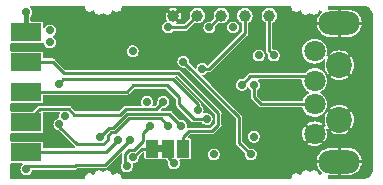
<source format=gbr>
G04 #@! TF.GenerationSoftware,KiCad,Pcbnew,6.0.7+dfsg-3*
G04 #@! TF.CreationDate,2022-10-18T10:37:57+08:00*
G04 #@! TF.ProjectId,stlink,73746c69-6e6b-42e6-9b69-6361645f7063,e*
G04 #@! TF.SameCoordinates,PX5ca1610PY6645a40*
G04 #@! TF.FileFunction,Copper,L4,Bot*
G04 #@! TF.FilePolarity,Positive*
%FSLAX46Y46*%
G04 Gerber Fmt 4.6, Leading zero omitted, Abs format (unit mm)*
G04 Created by KiCad (PCBNEW 6.0.7+dfsg-3) date 2022-10-18 10:37:57*
%MOMM*%
%LPD*%
G01*
G04 APERTURE LIST*
G04 #@! TA.AperFunction,ComponentPad*
%ADD10C,1.800000*%
G04 #@! TD*
G04 #@! TA.AperFunction,ComponentPad*
%ADD11O,3.500000X2.000000*%
G04 #@! TD*
G04 #@! TA.AperFunction,ComponentPad*
%ADD12C,2.200000*%
G04 #@! TD*
G04 #@! TA.AperFunction,SMDPad,CuDef*
%ADD13R,2.540000X1.524000*%
G04 #@! TD*
G04 #@! TA.AperFunction,SMDPad,CuDef*
%ADD14C,1.000000*%
G04 #@! TD*
G04 #@! TA.AperFunction,SMDPad,CuDef*
%ADD15R,1.000000X1.500000*%
G04 #@! TD*
G04 #@! TA.AperFunction,ViaPad*
%ADD16C,0.700000*%
G04 #@! TD*
G04 #@! TA.AperFunction,Conductor*
%ADD17C,0.381000*%
G04 #@! TD*
G04 #@! TA.AperFunction,Conductor*
%ADD18C,0.228600*%
G04 #@! TD*
G04 APERTURE END LIST*
G04 #@! TO.C,JP1*
G36*
X24920000Y12190000D02*
G01*
X24420000Y12190000D01*
X24420000Y12790000D01*
X24920000Y12790000D01*
X24920000Y12190000D01*
G37*
G04 #@! TD*
D10*
G04 #@! TO.P,J1,1,VBUS*
G04 #@! TO.N,VBUS*
X37770000Y20740000D03*
G04 #@! TO.P,J1,2,D-*
G04 #@! TO.N,D-*
X37770000Y18240000D03*
G04 #@! TO.P,J1,3,D+*
G04 #@! TO.N,D+*
X37770000Y16240000D03*
G04 #@! TO.P,J1,4,GND*
G04 #@! TO.N,GND*
X37770000Y13740000D03*
D11*
G04 #@! TO.P,J1,5,Shield*
X39870000Y11390000D03*
X39870000Y23090000D03*
D12*
X39870000Y14940000D03*
X39870000Y19540000D03*
G04 #@! TD*
D13*
G04 #@! TO.P,J2,1,Pin_1*
G04 #@! TO.N,+5V*
X13370000Y22320000D03*
G04 #@! TO.P,J2,3,Pin_3*
G04 #@! TO.N,T_PWR*
X13370000Y19780000D03*
G04 #@! TO.P,J2,5,Pin_5*
G04 #@! TO.N,T_CLK*
X13370000Y17240000D03*
G04 #@! TO.P,J2,7,Pin_7*
G04 #@! TO.N,T_SWO*
X13370000Y14700000D03*
G04 #@! TO.P,J2,9,Pin_9*
G04 #@! TO.N,T_TX*
X13370000Y12160000D03*
G04 #@! TD*
D14*
G04 #@! TO.P,TP3,1,1*
G04 #@! TO.N,CLK*
X29870000Y23740000D03*
G04 #@! TD*
G04 #@! TO.P,TP1,1,1*
G04 #@! TO.N,+3V3*
X33934000Y23740000D03*
G04 #@! TD*
G04 #@! TO.P,TP4,1,1*
G04 #@! TO.N,B0*
X27838000Y23740000D03*
G04 #@! TD*
G04 #@! TO.P,TP5,1,1*
G04 #@! TO.N,GND*
X25806000Y23740000D03*
G04 #@! TD*
G04 #@! TO.P,TP2,1,1*
G04 #@! TO.N,DIO*
X31870000Y23740000D03*
G04 #@! TD*
D15*
G04 #@! TO.P,JP1,1,A*
G04 #@! TO.N,+3V3*
X24020000Y12490000D03*
G04 #@! TO.P,JP1,2,C*
G04 #@! TO.N,Net-(JP1-Pad2)*
X25320000Y12490000D03*
G04 #@! TO.P,JP1,3,B*
G04 #@! TO.N,T_PWR*
X26620000Y12490000D03*
G04 #@! TD*
D16*
G04 #@! TO.N,GND*
X36220000Y22277000D03*
X41870000Y21240000D03*
X41870000Y17240000D03*
X37370000Y23240000D03*
X24270000Y17140000D03*
X41870000Y13040000D03*
X15970000Y13540000D03*
X17870000Y10490000D03*
X26695000Y10490000D03*
X25370000Y19490000D03*
X34797600Y17476400D03*
X32410000Y10720000D03*
X18620000Y15990000D03*
X22370000Y21990000D03*
X35069941Y21258606D03*
X24120000Y19490000D03*
X18620000Y19740000D03*
G04 #@! TO.N,+5V*
X13360000Y24055000D03*
X30870000Y22740000D03*
G04 #@! TO.N,+3V3*
X34315000Y20372000D03*
X16656622Y15239861D03*
X32620000Y13490000D03*
X15370000Y21490000D03*
X23570000Y16440000D03*
X22370000Y20740000D03*
X33045000Y20372000D03*
X22370000Y11740000D03*
X29235000Y11990000D03*
X15370000Y22490000D03*
G04 #@! TO.N,D-*
X31600000Y17880000D03*
G04 #@! TO.N,D+*
X32630000Y17880000D03*
G04 #@! TO.N,LED*
X19620000Y13490000D03*
X26470000Y14440000D03*
G04 #@! TO.N,T_DIO*
X16142402Y17990000D03*
X27870000Y15740000D03*
G04 #@! TO.N,T_CLK*
X28620000Y14990000D03*
G04 #@! TO.N,CLK*
X28870000Y22740000D03*
G04 #@! TO.N,T_RX*
X22120000Y13240000D03*
X13370000Y10740000D03*
G04 #@! TO.N,T_TX*
X21120000Y13240000D03*
G04 #@! TO.N,T_RST*
X16170000Y14540000D03*
X25370000Y14440000D03*
G04 #@! TO.N,T_SWO*
X24970000Y16440000D03*
G04 #@! TO.N,DIO*
X28270000Y19240000D03*
G04 #@! TO.N,B0*
X25370000Y22740000D03*
G04 #@! TO.N,RENUM*
X32370000Y11990000D03*
X26670000Y19840000D03*
G04 #@! TO.N,Net-(R10-Pad1)*
X23870000Y14440000D03*
X21870000Y10990000D03*
G04 #@! TO.N,Net-(JP1-Pad2)*
X25870000Y11240000D03*
G04 #@! TD*
D17*
G04 #@! TO.N,+5V*
X13370000Y22320000D02*
X13370000Y24045000D01*
X13370000Y24045000D02*
X13360000Y24055000D01*
D18*
G04 #@! TO.N,+3V3*
X23120000Y12490000D02*
X22370000Y11740000D01*
X24020000Y12490000D02*
X23120000Y12490000D01*
X33934000Y20753000D02*
X33934000Y23740000D01*
X34315000Y20372000D02*
X33934000Y20753000D01*
G04 #@! TO.N,D-*
X32313739Y18606702D02*
X32313739Y18593739D01*
X32313739Y18593739D02*
X31600000Y17880000D01*
X37403298Y18606702D02*
X32313739Y18606702D01*
G04 #@! TO.N,D+*
X37770000Y16240000D02*
X33240000Y16240000D01*
X33240000Y16240000D02*
X32630000Y16850000D01*
X32630000Y16850000D02*
X32630000Y17880000D01*
G04 #@! TO.N,LED*
X25472288Y15437712D02*
X21928876Y15437711D01*
X20367713Y14237713D02*
X19620000Y13490000D01*
X20728881Y14237713D02*
X20367713Y14237713D01*
X26470000Y14440000D02*
X25472288Y15437712D01*
X21928876Y15437711D02*
X20728881Y14237713D01*
G04 #@! TO.N,T_DIO*
X27870000Y16234974D02*
X27870000Y15740000D01*
X25764975Y18339999D02*
X27870000Y16234974D01*
X16142402Y17990000D02*
X16492401Y18339999D01*
X16492401Y18339999D02*
X25764975Y18339999D01*
G04 #@! TO.N,T_CLK*
X21890000Y17320000D02*
X13450000Y17320000D01*
X22410000Y17840000D02*
X21890000Y17320000D01*
X26276359Y16833641D02*
X25270000Y17840000D01*
X26276359Y16246359D02*
X27532718Y14990000D01*
X27532718Y14990000D02*
X28620000Y14990000D01*
X25270000Y17840000D02*
X22410000Y17840000D01*
X26276359Y16246359D02*
X26276359Y16833641D01*
G04 #@! TO.N,CLK*
X29870000Y23740000D02*
X28870000Y22740000D01*
G04 #@! TO.N,T_RX*
X17442880Y10975598D02*
X13605598Y10975598D01*
X17573983Y11106701D02*
X17442880Y10975598D01*
X13605598Y10975598D02*
X13370000Y10740000D01*
X19986701Y11106701D02*
X17573983Y11106701D01*
X22120000Y13240000D02*
X19986701Y11106701D01*
G04 #@! TO.N,T_TX*
X21120000Y13240000D02*
X20120000Y12240000D01*
X20120000Y12240000D02*
X13450000Y12240000D01*
G04 #@! TO.N,T_RST*
X17670000Y12840000D02*
X16170000Y14340000D01*
X25370000Y14440000D02*
X24753299Y15056701D01*
X16170000Y14340000D02*
X16170000Y14540000D01*
X20886701Y13856702D02*
X20525530Y13856702D01*
X20236701Y13193983D02*
X19882718Y12840000D01*
X22086697Y15056701D02*
X20886701Y13856702D01*
X20236701Y13567873D02*
X20236701Y13193983D01*
X20525530Y13856702D02*
X20236701Y13567873D01*
X24753299Y15056701D02*
X22086697Y15056701D01*
X19882718Y12840000D02*
X17670000Y12840000D01*
G04 #@! TO.N,T_SWO*
X17435902Y15373299D02*
X16952639Y15856562D01*
X21325639Y15373299D02*
X17435902Y15373299D01*
X21771063Y15818723D02*
X21325639Y15373299D01*
X16952639Y15856562D02*
X14526562Y15856562D01*
X24348723Y15818723D02*
X21771063Y15818723D01*
X14526562Y15856562D02*
X13370000Y14700000D01*
X24970000Y16440000D02*
X24348723Y15818723D01*
G04 #@! TO.N,T_PWR*
X27141400Y13990000D02*
X29120000Y13990000D01*
X29120000Y13990000D02*
X29620000Y14490000D01*
X29620000Y15490000D02*
X26236701Y18873299D01*
X26236701Y18873299D02*
X16576701Y18873299D01*
X29620000Y14490000D02*
X29620000Y15490000D01*
X26620000Y13468600D02*
X27141400Y13990000D01*
X15590000Y19860000D02*
X13450000Y19860000D01*
X16576701Y18873299D02*
X15590000Y19860000D01*
X26620000Y12490000D02*
X26620000Y13468600D01*
G04 #@! TO.N,DIO*
X31870000Y22240000D02*
X31870000Y23740000D01*
X28870000Y19240000D02*
X31870000Y22240000D01*
X28270000Y19240000D02*
X28870000Y19240000D01*
G04 #@! TO.N,B0*
X26838000Y22740000D02*
X27838000Y23740000D01*
X25370000Y22740000D02*
X26838000Y22740000D01*
G04 #@! TO.N,RENUM*
X31370000Y15140000D02*
X31370000Y12990000D01*
X31370000Y12990000D02*
X32370000Y11990000D01*
X26670000Y19840000D02*
X31370000Y15140000D01*
G04 #@! TO.N,Net-(R10-Pad1)*
X23870000Y14440000D02*
X23253299Y13823299D01*
X23253299Y13162128D02*
X22447872Y12356701D01*
X21870000Y10990000D02*
X21870000Y11240000D01*
X23253299Y13823299D02*
X23253299Y13162128D01*
X21753299Y12036017D02*
X21753299Y11356701D01*
X21870000Y11240000D02*
X21753299Y11356701D01*
X22073983Y12356701D02*
X21753299Y12036017D01*
X22447872Y12356701D02*
X22073983Y12356701D01*
G04 #@! TO.N,Net-(JP1-Pad2)*
X25320000Y11790000D02*
X25320000Y12490000D01*
X25870000Y11240000D02*
X25320000Y11790000D01*
G04 #@! TD*
G04 #@! TA.AperFunction,Conductor*
G04 #@! TO.N,GND*
G36*
X18287747Y24569507D02*
G01*
X18313467Y24524958D01*
X18313684Y24500140D01*
X18312078Y24490000D01*
X18332043Y24363945D01*
X18347330Y24333943D01*
X18376319Y24277049D01*
X18389984Y24250229D01*
X18480229Y24159984D01*
X18485505Y24157296D01*
X18485506Y24157295D01*
X18527652Y24135821D01*
X18593945Y24102043D01*
X18599792Y24101117D01*
X18685374Y24087562D01*
X18685376Y24087562D01*
X18688292Y24087100D01*
X18751708Y24087100D01*
X18754624Y24087562D01*
X18754626Y24087562D01*
X18840208Y24101117D01*
X18846055Y24102043D01*
X18912348Y24135821D01*
X18954494Y24157295D01*
X18954495Y24157296D01*
X18959771Y24159984D01*
X18997833Y24198046D01*
X19044453Y24219786D01*
X19094140Y24206472D01*
X19123645Y24164335D01*
X19125281Y24156637D01*
X19132043Y24113945D01*
X19156219Y24066497D01*
X19179421Y24020961D01*
X19189984Y24000229D01*
X19280229Y23909984D01*
X19285505Y23907296D01*
X19285506Y23907295D01*
X19301653Y23899068D01*
X19393945Y23852043D01*
X19399792Y23851117D01*
X19485374Y23837562D01*
X19485376Y23837562D01*
X19488292Y23837100D01*
X19551708Y23837100D01*
X19554624Y23837562D01*
X19554626Y23837562D01*
X19640208Y23851117D01*
X19646055Y23852043D01*
X19738347Y23899068D01*
X19754494Y23907295D01*
X19754495Y23907296D01*
X19759771Y23909984D01*
X19816826Y23967039D01*
X19863446Y23988779D01*
X19913133Y23975465D01*
X19923174Y23967039D01*
X19980229Y23909984D01*
X19985505Y23907296D01*
X19985506Y23907295D01*
X20001653Y23899068D01*
X20093945Y23852043D01*
X20099792Y23851117D01*
X20185374Y23837562D01*
X20185376Y23837562D01*
X20188292Y23837100D01*
X20251708Y23837100D01*
X20254624Y23837562D01*
X20254626Y23837562D01*
X20340208Y23851117D01*
X20346055Y23852043D01*
X20438347Y23899068D01*
X20454494Y23907295D01*
X20454495Y23907296D01*
X20459771Y23909984D01*
X20550016Y24000229D01*
X20560580Y24020961D01*
X20583781Y24066497D01*
X20607957Y24113945D01*
X20614719Y24156637D01*
X20639658Y24201627D01*
X20687681Y24220061D01*
X20736318Y24203313D01*
X20742167Y24198046D01*
X20780229Y24159984D01*
X20785505Y24157296D01*
X20785506Y24157295D01*
X20827652Y24135821D01*
X20893945Y24102043D01*
X20899792Y24101117D01*
X20985374Y24087562D01*
X20985376Y24087562D01*
X20988292Y24087100D01*
X21051708Y24087100D01*
X21054624Y24087562D01*
X21054626Y24087562D01*
X21140208Y24101117D01*
X21146055Y24102043D01*
X21212348Y24135821D01*
X21254494Y24157295D01*
X21254495Y24157296D01*
X21259771Y24159984D01*
X21350016Y24250229D01*
X21363682Y24277049D01*
X21372619Y24294589D01*
X25468288Y24294589D01*
X25470352Y24291174D01*
X25796623Y23964903D01*
X25806422Y23960334D01*
X25812413Y23961939D01*
X26138385Y24287911D01*
X26142954Y24297710D01*
X26142592Y24299062D01*
X26139867Y24301468D01*
X26045523Y24351421D01*
X26037120Y24354646D01*
X25892769Y24390905D01*
X25883832Y24392034D01*
X25735002Y24392813D01*
X25726051Y24391777D01*
X25581332Y24357033D01*
X25572890Y24353893D01*
X25475674Y24303717D01*
X25468344Y24295773D01*
X25468288Y24294589D01*
X21372619Y24294589D01*
X21392670Y24333943D01*
X21407957Y24363945D01*
X21427922Y24490000D01*
X21426316Y24500139D01*
X21436133Y24550633D01*
X21476111Y24583004D01*
X21500591Y24587100D01*
X35739409Y24587100D01*
X35787747Y24569507D01*
X35813467Y24524958D01*
X35813684Y24500140D01*
X35812078Y24490000D01*
X35832043Y24363945D01*
X35847330Y24333943D01*
X35876319Y24277049D01*
X35889984Y24250229D01*
X35980229Y24159984D01*
X35985505Y24157296D01*
X35985506Y24157295D01*
X36027652Y24135821D01*
X36093945Y24102043D01*
X36099792Y24101117D01*
X36185374Y24087562D01*
X36185376Y24087562D01*
X36188292Y24087100D01*
X36251708Y24087100D01*
X36254624Y24087562D01*
X36254626Y24087562D01*
X36340208Y24101117D01*
X36346055Y24102043D01*
X36412348Y24135821D01*
X36454494Y24157295D01*
X36454495Y24157296D01*
X36459771Y24159984D01*
X36497833Y24198046D01*
X36544453Y24219786D01*
X36594140Y24206472D01*
X36623645Y24164335D01*
X36625281Y24156637D01*
X36632043Y24113945D01*
X36656219Y24066497D01*
X36679421Y24020961D01*
X36689984Y24000229D01*
X36780229Y23909984D01*
X36785505Y23907296D01*
X36785506Y23907295D01*
X36801653Y23899068D01*
X36893945Y23852043D01*
X36899792Y23851117D01*
X36985374Y23837562D01*
X36985376Y23837562D01*
X36988292Y23837100D01*
X37051708Y23837100D01*
X37054624Y23837562D01*
X37054626Y23837562D01*
X37140208Y23851117D01*
X37146055Y23852043D01*
X37238347Y23899068D01*
X37254494Y23907295D01*
X37254495Y23907296D01*
X37259771Y23909984D01*
X37316826Y23967039D01*
X37363446Y23988779D01*
X37413133Y23975465D01*
X37423174Y23967039D01*
X37480229Y23909984D01*
X37485505Y23907296D01*
X37485506Y23907295D01*
X37501653Y23899068D01*
X37593945Y23852043D01*
X37599792Y23851117D01*
X37685374Y23837562D01*
X37685376Y23837562D01*
X37688292Y23837100D01*
X37751708Y23837100D01*
X37754624Y23837562D01*
X37754626Y23837562D01*
X37840208Y23851117D01*
X37846055Y23852043D01*
X37938347Y23899068D01*
X37954494Y23907295D01*
X37954495Y23907296D01*
X37959771Y23909984D01*
X38050016Y24000229D01*
X38060580Y24020961D01*
X38083781Y24066497D01*
X38107957Y24113945D01*
X38114719Y24156637D01*
X38139658Y24201627D01*
X38187681Y24220061D01*
X38236318Y24203313D01*
X38242167Y24198046D01*
X38280229Y24159984D01*
X38285505Y24157296D01*
X38285506Y24157295D01*
X38327652Y24135821D01*
X38359113Y24119791D01*
X38378425Y24109951D01*
X38413507Y24072330D01*
X38416199Y24020961D01*
X38389279Y23982693D01*
X38348354Y23952133D01*
X38343250Y23947537D01*
X38204161Y23797071D01*
X38199986Y23791631D01*
X38090642Y23618332D01*
X38087528Y23612218D01*
X38011602Y23421910D01*
X38009648Y23415315D01*
X37977841Y23255405D01*
X37979485Y23244721D01*
X37982100Y23242428D01*
X37982249Y23242400D01*
X39704341Y23242400D01*
X39714498Y23246097D01*
X39717600Y23251469D01*
X39717600Y23255659D01*
X40022400Y23255659D01*
X40026097Y23245502D01*
X40031469Y23242400D01*
X41749926Y23242400D01*
X41760083Y23246097D01*
X41761984Y23249389D01*
X41738485Y23386149D01*
X41736710Y23392771D01*
X41665788Y23585012D01*
X41662831Y23591210D01*
X41558069Y23767301D01*
X41554031Y23772859D01*
X41418934Y23926908D01*
X41413949Y23931639D01*
X41253036Y24058492D01*
X41247281Y24062229D01*
X41065941Y24157637D01*
X41059609Y24160260D01*
X40863913Y24221025D01*
X40857203Y24222451D01*
X40690856Y24242139D01*
X40686435Y24242400D01*
X40035659Y24242400D01*
X40025502Y24238703D01*
X40022400Y24233331D01*
X40022400Y23255659D01*
X39717600Y23255659D01*
X39717600Y24229141D01*
X39713903Y24239298D01*
X39708531Y24242400D01*
X39067985Y24242400D01*
X39064571Y24242244D01*
X38971002Y24233646D01*
X38921257Y24246743D01*
X38891569Y24288751D01*
X38897118Y24342672D01*
X38905269Y24358669D01*
X38905270Y24358672D01*
X38907957Y24363945D01*
X38927922Y24490000D01*
X38926316Y24500139D01*
X38936133Y24550633D01*
X38976111Y24583004D01*
X39000591Y24587100D01*
X41839968Y24587100D01*
X41859430Y24584538D01*
X41870000Y24581706D01*
X41879562Y24584268D01*
X41889462Y24584268D01*
X41889462Y24583581D01*
X41898336Y24584309D01*
X42027892Y24571549D01*
X42042348Y24568673D01*
X42187083Y24524768D01*
X42200698Y24519129D01*
X42332284Y24448796D01*
X42334093Y24447829D01*
X42346351Y24439638D01*
X42463265Y24343688D01*
X42473688Y24333265D01*
X42569638Y24216351D01*
X42577828Y24204094D01*
X42648239Y24072365D01*
X42649128Y24070701D01*
X42654768Y24057083D01*
X42698119Y23914174D01*
X42698673Y23912349D01*
X42701549Y23897892D01*
X42714058Y23770890D01*
X42714309Y23768337D01*
X42713581Y23759462D01*
X42714268Y23759462D01*
X42714268Y23749562D01*
X42711706Y23740000D01*
X42714268Y23730439D01*
X42714538Y23729431D01*
X42717100Y23709968D01*
X42717100Y10770032D01*
X42714538Y10750570D01*
X42711706Y10740000D01*
X42714268Y10730438D01*
X42714268Y10720538D01*
X42713581Y10720538D01*
X42714309Y10711664D01*
X42701886Y10585530D01*
X42701549Y10582109D01*
X42698673Y10567652D01*
X42664771Y10455890D01*
X42654769Y10422919D01*
X42649129Y10409302D01*
X42582365Y10284393D01*
X42577829Y10275907D01*
X42569638Y10263649D01*
X42473688Y10146735D01*
X42463265Y10136312D01*
X42346351Y10040362D01*
X42334094Y10032172D01*
X42200698Y9960871D01*
X42187083Y9955232D01*
X42052265Y9914335D01*
X42042349Y9911327D01*
X42027892Y9908451D01*
X41898336Y9895691D01*
X41889462Y9896419D01*
X41889462Y9895732D01*
X41879562Y9895732D01*
X41870000Y9898294D01*
X41859431Y9895462D01*
X41839968Y9892900D01*
X39000591Y9892900D01*
X38952253Y9910493D01*
X38926533Y9955042D01*
X38926316Y9979861D01*
X38926996Y9984155D01*
X38927922Y9990000D01*
X38907957Y10116055D01*
X38896722Y10138105D01*
X38890453Y10189161D01*
X38918470Y10232302D01*
X38972564Y10246924D01*
X39049142Y10237861D01*
X39053565Y10237600D01*
X39704341Y10237600D01*
X39714498Y10241297D01*
X39717600Y10246669D01*
X39717600Y10250859D01*
X40022400Y10250859D01*
X40026097Y10240702D01*
X40031469Y10237600D01*
X40672015Y10237600D01*
X40675429Y10237756D01*
X40827475Y10251728D01*
X40834227Y10252979D01*
X41031436Y10308598D01*
X41037843Y10311057D01*
X41221614Y10401683D01*
X41227472Y10405273D01*
X41391646Y10527867D01*
X41396750Y10532463D01*
X41535839Y10682929D01*
X41540014Y10688369D01*
X41649358Y10861668D01*
X41652472Y10867782D01*
X41728398Y11058090D01*
X41730352Y11064685D01*
X41762159Y11224595D01*
X41760515Y11235279D01*
X41757900Y11237572D01*
X41757751Y11237600D01*
X40035659Y11237600D01*
X40025502Y11233903D01*
X40022400Y11228531D01*
X40022400Y10250859D01*
X39717600Y10250859D01*
X39717600Y11224341D01*
X39713903Y11234498D01*
X39708531Y11237600D01*
X37990074Y11237600D01*
X37979917Y11233903D01*
X37978016Y11230611D01*
X38001515Y11093851D01*
X38003290Y11087229D01*
X38074212Y10894988D01*
X38077169Y10888790D01*
X38181931Y10712699D01*
X38185969Y10707141D01*
X38321066Y10553092D01*
X38326051Y10548361D01*
X38391747Y10496571D01*
X38418815Y10452829D01*
X38411434Y10401921D01*
X38379331Y10370511D01*
X38286798Y10323363D01*
X38280229Y10320016D01*
X38242167Y10281954D01*
X38195547Y10260214D01*
X38145860Y10273528D01*
X38116355Y10315665D01*
X38114719Y10323363D01*
X38108883Y10360209D01*
X38108883Y10360210D01*
X38107957Y10366055D01*
X38062184Y10455890D01*
X38052705Y10474494D01*
X38052704Y10474495D01*
X38050016Y10479771D01*
X37959771Y10570016D01*
X37846055Y10627957D01*
X37815040Y10632869D01*
X37754626Y10642438D01*
X37754624Y10642438D01*
X37751708Y10642900D01*
X37688292Y10642900D01*
X37685376Y10642438D01*
X37685374Y10642438D01*
X37624960Y10632869D01*
X37593945Y10627957D01*
X37480229Y10570016D01*
X37423174Y10512961D01*
X37376554Y10491221D01*
X37326867Y10504535D01*
X37316826Y10512961D01*
X37259771Y10570016D01*
X37146055Y10627957D01*
X37115040Y10632869D01*
X37054626Y10642438D01*
X37054624Y10642438D01*
X37051708Y10642900D01*
X36988292Y10642900D01*
X36985376Y10642438D01*
X36985374Y10642438D01*
X36924960Y10632869D01*
X36893945Y10627957D01*
X36780229Y10570016D01*
X36689984Y10479771D01*
X36687296Y10474495D01*
X36687295Y10474494D01*
X36677816Y10455890D01*
X36632043Y10366055D01*
X36631117Y10360210D01*
X36631117Y10360209D01*
X36625281Y10323363D01*
X36600342Y10278373D01*
X36552319Y10259939D01*
X36503682Y10276687D01*
X36497833Y10281954D01*
X36459771Y10320016D01*
X36453203Y10323363D01*
X36402710Y10349090D01*
X36346055Y10377957D01*
X36315040Y10382869D01*
X36254626Y10392438D01*
X36254624Y10392438D01*
X36251708Y10392900D01*
X36188292Y10392900D01*
X36185376Y10392438D01*
X36185374Y10392438D01*
X36124960Y10382869D01*
X36093945Y10377957D01*
X36037290Y10349090D01*
X35986798Y10323363D01*
X35980229Y10320016D01*
X35889984Y10229771D01*
X35832043Y10116055D01*
X35812078Y9990000D01*
X35813004Y9984155D01*
X35813684Y9979861D01*
X35803867Y9929367D01*
X35763889Y9896996D01*
X35739409Y9892900D01*
X21500591Y9892900D01*
X21452253Y9910493D01*
X21426533Y9955042D01*
X21426316Y9979861D01*
X21426996Y9984155D01*
X21427922Y9990000D01*
X21407957Y10116055D01*
X21350016Y10229771D01*
X21259771Y10320016D01*
X21253203Y10323363D01*
X21202710Y10349090D01*
X21146055Y10377957D01*
X21115040Y10382869D01*
X21054626Y10392438D01*
X21054624Y10392438D01*
X21051708Y10392900D01*
X20988292Y10392900D01*
X20985376Y10392438D01*
X20985374Y10392438D01*
X20924960Y10382869D01*
X20893945Y10377957D01*
X20837290Y10349090D01*
X20786798Y10323363D01*
X20780229Y10320016D01*
X20742167Y10281954D01*
X20695547Y10260214D01*
X20645860Y10273528D01*
X20616355Y10315665D01*
X20614719Y10323363D01*
X20608883Y10360209D01*
X20608883Y10360210D01*
X20607957Y10366055D01*
X20562184Y10455890D01*
X20552705Y10474494D01*
X20552704Y10474495D01*
X20550016Y10479771D01*
X20459771Y10570016D01*
X20346055Y10627957D01*
X20315040Y10632869D01*
X20254626Y10642438D01*
X20254624Y10642438D01*
X20251708Y10642900D01*
X20188292Y10642900D01*
X20185376Y10642438D01*
X20185374Y10642438D01*
X20124960Y10632869D01*
X20093945Y10627957D01*
X19980229Y10570016D01*
X19923174Y10512961D01*
X19876554Y10491221D01*
X19826867Y10504535D01*
X19816826Y10512961D01*
X19759771Y10570016D01*
X19646055Y10627957D01*
X19615040Y10632869D01*
X19554626Y10642438D01*
X19554624Y10642438D01*
X19551708Y10642900D01*
X19488292Y10642900D01*
X19485376Y10642438D01*
X19485374Y10642438D01*
X19424960Y10632869D01*
X19393945Y10627957D01*
X19280229Y10570016D01*
X19189984Y10479771D01*
X19187296Y10474495D01*
X19187295Y10474494D01*
X19177816Y10455890D01*
X19132043Y10366055D01*
X19131117Y10360210D01*
X19131117Y10360209D01*
X19125281Y10323363D01*
X19100342Y10278373D01*
X19052319Y10259939D01*
X19003682Y10276687D01*
X18997833Y10281954D01*
X18959771Y10320016D01*
X18953203Y10323363D01*
X18902710Y10349090D01*
X18846055Y10377957D01*
X18815040Y10382869D01*
X18754626Y10392438D01*
X18754624Y10392438D01*
X18751708Y10392900D01*
X18688292Y10392900D01*
X18685376Y10392438D01*
X18685374Y10392438D01*
X18624960Y10382869D01*
X18593945Y10377957D01*
X18537290Y10349090D01*
X18486798Y10323363D01*
X18480229Y10320016D01*
X18389984Y10229771D01*
X18332043Y10116055D01*
X18312078Y9990000D01*
X18313004Y9984155D01*
X18313684Y9979861D01*
X18303867Y9929367D01*
X18263889Y9896996D01*
X18239409Y9892900D01*
X12098100Y9892900D01*
X12049762Y9910493D01*
X12024042Y9955042D01*
X12022900Y9968100D01*
X12022900Y11169900D01*
X12040493Y11218238D01*
X12085042Y11243958D01*
X12098100Y11245100D01*
X12116610Y11245100D01*
X12978344Y11245101D01*
X13026681Y11227508D01*
X13052401Y11182959D01*
X13043468Y11132301D01*
X13034708Y11120121D01*
X12948897Y11022959D01*
X12948895Y11022956D01*
X12945351Y11018943D01*
X12943075Y11014095D01*
X12887154Y10894988D01*
X12884129Y10888546D01*
X12883305Y10883256D01*
X12883305Y10883255D01*
X12876493Y10839501D01*
X12861967Y10746207D01*
X12862661Y10740900D01*
X12862661Y10740897D01*
X12870784Y10678780D01*
X12880645Y10603370D01*
X12908953Y10539036D01*
X12927638Y10496571D01*
X12938662Y10471516D01*
X12942107Y10467418D01*
X12942108Y10467416D01*
X12979512Y10422919D01*
X13031354Y10361245D01*
X13151270Y10281423D01*
X13288769Y10238465D01*
X13362871Y10237107D01*
X13427436Y10235923D01*
X13427438Y10235923D01*
X13432798Y10235825D01*
X13437969Y10237235D01*
X13437971Y10237235D01*
X13522257Y10260214D01*
X13571779Y10273715D01*
X13640101Y10315665D01*
X13689970Y10346284D01*
X13689973Y10346286D01*
X13694539Y10349090D01*
X13704604Y10360209D01*
X13787612Y10451915D01*
X13791210Y10455890D01*
X13796795Y10467416D01*
X13851682Y10580704D01*
X13851682Y10580705D01*
X13854020Y10585530D01*
X13864139Y10645675D01*
X13889507Y10690423D01*
X13938296Y10708398D01*
X17409151Y10708398D01*
X17423822Y10706953D01*
X17442880Y10703162D01*
X17450144Y10704607D01*
X17539873Y10722456D01*
X17547137Y10723901D01*
X17613209Y10768049D01*
X17635521Y10782957D01*
X17646316Y10799113D01*
X17655668Y10810508D01*
X17662635Y10817475D01*
X17709255Y10839215D01*
X17715809Y10839501D01*
X19952972Y10839501D01*
X19967643Y10838056D01*
X19986701Y10834265D01*
X19993965Y10835710D01*
X20019634Y10840816D01*
X20061228Y10849090D01*
X20083694Y10853559D01*
X20090958Y10855004D01*
X20157030Y10899152D01*
X20179342Y10914060D01*
X20190137Y10930216D01*
X20199489Y10941611D01*
X21353934Y12096056D01*
X21400554Y12117796D01*
X21450241Y12104482D01*
X21479746Y12062345D01*
X21482276Y12043122D01*
X21480863Y12036017D01*
X21482308Y12028753D01*
X21484654Y12016959D01*
X21486099Y12002288D01*
X21486099Y11390430D01*
X21484654Y11375759D01*
X21480863Y11356701D01*
X21482308Y11349437D01*
X21482308Y11342029D01*
X21479409Y11342029D01*
X21473485Y11303576D01*
X21463926Y11289976D01*
X21457931Y11283187D01*
X21445351Y11268943D01*
X21433344Y11243370D01*
X21408732Y11190947D01*
X21384129Y11138546D01*
X21383305Y11133256D01*
X21383305Y11133255D01*
X21376139Y11087229D01*
X21361967Y10996207D01*
X21362661Y10990900D01*
X21362661Y10990897D01*
X21365732Y10967416D01*
X21380645Y10853370D01*
X21438662Y10721516D01*
X21442107Y10717418D01*
X21442108Y10717416D01*
X21495923Y10653396D01*
X21531354Y10611245D01*
X21651270Y10531423D01*
X21788769Y10488465D01*
X21862871Y10487107D01*
X21927436Y10485923D01*
X21927438Y10485923D01*
X21932798Y10485825D01*
X21937969Y10487235D01*
X21937971Y10487235D01*
X22032333Y10512961D01*
X22071779Y10523715D01*
X22124871Y10556314D01*
X22189970Y10596284D01*
X22189973Y10596286D01*
X22194539Y10599090D01*
X22291210Y10705890D01*
X22296795Y10717416D01*
X22351682Y10830704D01*
X22351682Y10830705D01*
X22354020Y10835530D01*
X22377919Y10977587D01*
X22378071Y10990000D01*
X22377183Y10996207D01*
X22358409Y11127291D01*
X22357649Y11132599D01*
X22355430Y11137479D01*
X22354806Y11139614D01*
X22358127Y11190947D01*
X22393666Y11228135D01*
X22422217Y11234531D01*
X22422126Y11235262D01*
X22427437Y11235923D01*
X22432798Y11235825D01*
X22437969Y11237235D01*
X22437971Y11237235D01*
X22522906Y11260391D01*
X22571779Y11273715D01*
X22640191Y11315720D01*
X22689970Y11346284D01*
X22689973Y11346286D01*
X22694539Y11349090D01*
X22791210Y11455890D01*
X22805714Y11485825D01*
X22851682Y11580704D01*
X22851682Y11580705D01*
X22854020Y11585530D01*
X22877919Y11727587D01*
X22878071Y11740000D01*
X22867094Y11816648D01*
X22877657Y11866992D01*
X22888360Y11880483D01*
X23208651Y12200774D01*
X23255271Y12222514D01*
X23261825Y12222800D01*
X23291901Y12222800D01*
X23340239Y12205207D01*
X23365959Y12160658D01*
X23367101Y12147600D01*
X23367101Y11724944D01*
X23375972Y11680342D01*
X23409766Y11629766D01*
X23415923Y11625652D01*
X23454183Y11600087D01*
X23454184Y11600086D01*
X23460342Y11595972D01*
X23504943Y11587100D01*
X24019930Y11587100D01*
X24535056Y11587101D01*
X24579658Y11595972D01*
X24628221Y11628421D01*
X24678187Y11640648D01*
X24711779Y11628421D01*
X24754183Y11600087D01*
X24754184Y11600086D01*
X24760342Y11595972D01*
X24804943Y11587100D01*
X25113874Y11587100D01*
X25162212Y11569507D01*
X25167048Y11565074D01*
X25351659Y11380463D01*
X25373399Y11333843D01*
X25372790Y11315720D01*
X25370881Y11303456D01*
X25361967Y11246207D01*
X25362661Y11240900D01*
X25362661Y11240897D01*
X25363498Y11234498D01*
X25380645Y11103370D01*
X25438662Y10971516D01*
X25442107Y10967418D01*
X25442108Y10967416D01*
X25468203Y10936372D01*
X25531354Y10861245D01*
X25651270Y10781423D01*
X25788769Y10738465D01*
X25862871Y10737107D01*
X25927436Y10735923D01*
X25927438Y10735923D01*
X25932798Y10735825D01*
X25937969Y10737235D01*
X25937971Y10737235D01*
X26021953Y10760131D01*
X26071779Y10773715D01*
X26164595Y10830704D01*
X26189970Y10846284D01*
X26189973Y10846286D01*
X26194539Y10849090D01*
X26291210Y10955890D01*
X26296795Y10967416D01*
X26351682Y11080704D01*
X26351682Y11080705D01*
X26354020Y11085530D01*
X26377919Y11227587D01*
X26378071Y11240000D01*
X26377659Y11242880D01*
X26358409Y11377296D01*
X26358408Y11377300D01*
X26357649Y11382599D01*
X26354089Y11390430D01*
X26313011Y11480775D01*
X26309020Y11532060D01*
X26338927Y11573911D01*
X26381467Y11587100D01*
X27112920Y11587101D01*
X27135056Y11587101D01*
X27179658Y11595972D01*
X27230234Y11629766D01*
X27264028Y11680342D01*
X27272900Y11724943D01*
X27272900Y11996207D01*
X28726967Y11996207D01*
X28727661Y11990900D01*
X28727661Y11990897D01*
X28730712Y11967564D01*
X28745645Y11853370D01*
X28803662Y11721516D01*
X28807107Y11717418D01*
X28807108Y11717416D01*
X28832166Y11687606D01*
X28896354Y11611245D01*
X28939611Y11582451D01*
X28996293Y11544721D01*
X29016270Y11531423D01*
X29153769Y11488465D01*
X29227871Y11487107D01*
X29292436Y11485923D01*
X29292438Y11485923D01*
X29297798Y11485825D01*
X29302969Y11487235D01*
X29302971Y11487235D01*
X29378695Y11507880D01*
X29436779Y11523715D01*
X29504139Y11565074D01*
X29554970Y11596284D01*
X29554973Y11596286D01*
X29559539Y11599090D01*
X29656210Y11705890D01*
X29660777Y11715315D01*
X29716682Y11830704D01*
X29716682Y11830705D01*
X29719020Y11835530D01*
X29742919Y11977587D01*
X29743071Y11990000D01*
X29742659Y11992880D01*
X29723409Y12127296D01*
X29723408Y12127300D01*
X29722649Y12132599D01*
X29719160Y12140274D01*
X29670390Y12247537D01*
X29663026Y12263734D01*
X29658538Y12268943D01*
X29572487Y12368810D01*
X29572484Y12368813D01*
X29568993Y12372864D01*
X29564502Y12375775D01*
X29452604Y12448303D01*
X29452603Y12448303D01*
X29448111Y12451215D01*
X29371912Y12474003D01*
X29315232Y12490955D01*
X29315229Y12490955D01*
X29310098Y12492490D01*
X29304743Y12492523D01*
X29304741Y12492523D01*
X29239524Y12492921D01*
X29166047Y12493370D01*
X29160897Y12491898D01*
X29160896Y12491898D01*
X29122075Y12480803D01*
X29027539Y12453785D01*
X29023013Y12450929D01*
X29023010Y12450928D01*
X28910237Y12379773D01*
X28905709Y12376916D01*
X28898550Y12368810D01*
X28813897Y12272959D01*
X28813895Y12272956D01*
X28810351Y12268943D01*
X28749129Y12138546D01*
X28748305Y12133256D01*
X28748305Y12133255D01*
X28742671Y12097071D01*
X28726967Y11996207D01*
X27272900Y11996207D01*
X27272899Y13255056D01*
X27264028Y13299658D01*
X27230234Y13350234D01*
X27217582Y13358688D01*
X27185817Y13379913D01*
X27185816Y13379914D01*
X27179658Y13384028D01*
X27172394Y13385473D01*
X27138682Y13392179D01*
X27138681Y13392179D01*
X27135057Y13392900D01*
X27103726Y13392900D01*
X27055388Y13410493D01*
X27029668Y13455042D01*
X27038601Y13505700D01*
X27050552Y13521274D01*
X27230052Y13700774D01*
X27276672Y13722514D01*
X27283226Y13722800D01*
X29086271Y13722800D01*
X29100942Y13721355D01*
X29120000Y13717564D01*
X29127264Y13719009D01*
X29216993Y13736858D01*
X29224257Y13738303D01*
X29290329Y13782451D01*
X29312641Y13797359D01*
X29323436Y13813515D01*
X29332788Y13824910D01*
X29785090Y14277212D01*
X29796486Y14286565D01*
X29806485Y14293246D01*
X29812641Y14297359D01*
X29871697Y14385744D01*
X29875203Y14403370D01*
X29890991Y14482735D01*
X29890991Y14482736D01*
X29892436Y14490000D01*
X29889818Y14503161D01*
X29888645Y14509058D01*
X29887200Y14523729D01*
X29887200Y15456275D01*
X29888645Y15470946D01*
X29890990Y15482735D01*
X29890990Y15482736D01*
X29892435Y15490000D01*
X29886138Y15521658D01*
X29873142Y15586993D01*
X29871697Y15594257D01*
X29865988Y15602802D01*
X29837617Y15645261D01*
X29816755Y15676484D01*
X29812641Y15682641D01*
X29796485Y15693436D01*
X29785090Y15702788D01*
X26449489Y19038389D01*
X26440136Y19049785D01*
X26433455Y19059784D01*
X26429342Y19065940D01*
X26415917Y19074910D01*
X26394449Y19089254D01*
X26394447Y19089255D01*
X26340958Y19124996D01*
X26236701Y19145735D01*
X26229437Y19144290D01*
X26217643Y19141944D01*
X26202972Y19140499D01*
X16718527Y19140499D01*
X16670189Y19158092D01*
X16665353Y19162525D01*
X15981671Y19846207D01*
X26161967Y19846207D01*
X26162661Y19840900D01*
X26162661Y19840897D01*
X26163159Y19837091D01*
X26180645Y19703370D01*
X26238662Y19571516D01*
X26242107Y19567418D01*
X26242108Y19567416D01*
X26269717Y19534571D01*
X26331354Y19461245D01*
X26451270Y19381423D01*
X26588769Y19338465D01*
X26662871Y19337107D01*
X26727436Y19335923D01*
X26727438Y19335923D01*
X26732798Y19335825D01*
X26740024Y19337795D01*
X26740593Y19337950D01*
X26742463Y19337795D01*
X26743284Y19337897D01*
X26743305Y19337725D01*
X26791856Y19333692D01*
X26813549Y19318573D01*
X31080774Y15051348D01*
X31102514Y15004728D01*
X31102800Y14998174D01*
X31102800Y13023729D01*
X31101355Y13009058D01*
X31097564Y12990000D01*
X31099009Y12982736D01*
X31116683Y12893889D01*
X31118303Y12885743D01*
X31134672Y12861245D01*
X31177359Y12797359D01*
X31183518Y12793244D01*
X31193514Y12786565D01*
X31204910Y12777212D01*
X31851659Y12130463D01*
X31873399Y12083843D01*
X31872790Y12065720D01*
X31867610Y12032451D01*
X31861967Y11996207D01*
X31862661Y11990900D01*
X31862661Y11990897D01*
X31865712Y11967564D01*
X31880645Y11853370D01*
X31938662Y11721516D01*
X31942107Y11717418D01*
X31942108Y11717416D01*
X31967166Y11687606D01*
X32031354Y11611245D01*
X32074611Y11582451D01*
X32131293Y11544721D01*
X32151270Y11531423D01*
X32288769Y11488465D01*
X32362871Y11487107D01*
X32427436Y11485923D01*
X32427438Y11485923D01*
X32432798Y11485825D01*
X32437969Y11487235D01*
X32437971Y11487235D01*
X32513695Y11507880D01*
X32571779Y11523715D01*
X32623391Y11555405D01*
X37977841Y11555405D01*
X37979485Y11544721D01*
X37982100Y11542428D01*
X37982249Y11542400D01*
X39704341Y11542400D01*
X39714498Y11546097D01*
X39717600Y11551469D01*
X39717600Y11555659D01*
X40022400Y11555659D01*
X40026097Y11545502D01*
X40031469Y11542400D01*
X41749926Y11542400D01*
X41760083Y11546097D01*
X41761984Y11549389D01*
X41738485Y11686149D01*
X41736710Y11692771D01*
X41665788Y11885012D01*
X41662831Y11891210D01*
X41558069Y12067301D01*
X41554031Y12072859D01*
X41418934Y12226908D01*
X41413949Y12231639D01*
X41253036Y12358492D01*
X41247281Y12362229D01*
X41065941Y12457637D01*
X41059609Y12460260D01*
X40863913Y12521025D01*
X40857203Y12522451D01*
X40690856Y12542139D01*
X40686435Y12542400D01*
X40035659Y12542400D01*
X40025502Y12538703D01*
X40022400Y12533331D01*
X40022400Y11555659D01*
X39717600Y11555659D01*
X39717600Y12529141D01*
X39713903Y12539298D01*
X39708531Y12542400D01*
X39067985Y12542400D01*
X39064571Y12542244D01*
X38912525Y12528272D01*
X38905773Y12527021D01*
X38708564Y12471402D01*
X38702157Y12468943D01*
X38518386Y12378317D01*
X38512528Y12374727D01*
X38348354Y12252133D01*
X38343250Y12247537D01*
X38204161Y12097071D01*
X38199986Y12091631D01*
X38090642Y11918332D01*
X38087528Y11912218D01*
X38011602Y11721910D01*
X38009648Y11715315D01*
X37977841Y11555405D01*
X32623391Y11555405D01*
X32639139Y11565074D01*
X32689970Y11596284D01*
X32689973Y11596286D01*
X32694539Y11599090D01*
X32791210Y11705890D01*
X32795777Y11715315D01*
X32851682Y11830704D01*
X32851682Y11830705D01*
X32854020Y11835530D01*
X32877919Y11977587D01*
X32878071Y11990000D01*
X32877659Y11992880D01*
X32858409Y12127296D01*
X32858408Y12127300D01*
X32857649Y12132599D01*
X32854160Y12140274D01*
X32805390Y12247537D01*
X32798026Y12263734D01*
X32793538Y12268943D01*
X32707487Y12368810D01*
X32707484Y12368813D01*
X32703993Y12372864D01*
X32699502Y12375775D01*
X32587604Y12448303D01*
X32587603Y12448303D01*
X32583111Y12451215D01*
X32506912Y12474003D01*
X32450232Y12490955D01*
X32450229Y12490955D01*
X32445098Y12492490D01*
X32439743Y12492523D01*
X32439741Y12492523D01*
X32374524Y12492921D01*
X32301047Y12493370D01*
X32295895Y12491898D01*
X32290591Y12491171D01*
X32290255Y12493623D01*
X32248300Y12496601D01*
X32225784Y12512094D01*
X31843989Y12893889D01*
X37144646Y12893889D01*
X37145920Y12889135D01*
X37163681Y12874019D01*
X37169679Y12869850D01*
X37343423Y12772749D01*
X37350136Y12769816D01*
X37539421Y12708314D01*
X37546569Y12706742D01*
X37744196Y12683176D01*
X37751528Y12683023D01*
X37949964Y12698292D01*
X37957173Y12699563D01*
X38148870Y12753085D01*
X38155703Y12755736D01*
X38333347Y12845470D01*
X38339533Y12849395D01*
X38388335Y12887524D01*
X38394065Y12896693D01*
X38393457Y12901016D01*
X37779377Y13515097D01*
X37769578Y13519666D01*
X37763587Y13518061D01*
X37149215Y12903688D01*
X37144646Y12893889D01*
X31843989Y12893889D01*
X31659226Y13078652D01*
X31637486Y13125272D01*
X31637200Y13131826D01*
X31637200Y13496207D01*
X32111967Y13496207D01*
X32112661Y13490900D01*
X32112661Y13490897D01*
X32115654Y13468008D01*
X32130645Y13353370D01*
X32188662Y13221516D01*
X32281354Y13111245D01*
X32401270Y13031423D01*
X32538769Y12988465D01*
X32612871Y12987107D01*
X32677436Y12985923D01*
X32677438Y12985923D01*
X32682798Y12985825D01*
X32687969Y12987235D01*
X32687971Y12987235D01*
X32797900Y13017205D01*
X32821779Y13023715D01*
X32874871Y13056314D01*
X32939970Y13096284D01*
X32939973Y13096286D01*
X32944539Y13099090D01*
X32968548Y13125614D01*
X33037612Y13201915D01*
X33041210Y13205890D01*
X33046795Y13217416D01*
X33101682Y13330704D01*
X33101682Y13330705D01*
X33104020Y13335530D01*
X33127919Y13477587D01*
X33128071Y13490000D01*
X33127602Y13493276D01*
X33108409Y13627296D01*
X33108408Y13627300D01*
X33107649Y13632599D01*
X33097427Y13655083D01*
X33063450Y13729811D01*
X33053773Y13751094D01*
X36712919Y13751094D01*
X36729573Y13552769D01*
X36730895Y13545567D01*
X36785755Y13354247D01*
X36788451Y13347438D01*
X36879427Y13170420D01*
X36883393Y13164265D01*
X36917313Y13121468D01*
X36926522Y13115803D01*
X36930928Y13116454D01*
X37545097Y13730623D01*
X37549272Y13739578D01*
X37990334Y13739578D01*
X37991939Y13733587D01*
X38606668Y13118859D01*
X38616467Y13114290D01*
X38621317Y13115589D01*
X38631718Y13127640D01*
X38635943Y13133628D01*
X38734249Y13306678D01*
X38737229Y13313373D01*
X38800051Y13502220D01*
X38801674Y13509365D01*
X38826816Y13708384D01*
X38827109Y13712576D01*
X38827463Y13737901D01*
X38827287Y13742093D01*
X38807712Y13941734D01*
X38806288Y13948921D01*
X38805487Y13951575D01*
X39102331Y13951575D01*
X39103302Y13947950D01*
X39238718Y13853131D01*
X39244385Y13849859D01*
X39437039Y13760022D01*
X39443190Y13757783D01*
X39648521Y13702765D01*
X39654963Y13701629D01*
X39866731Y13683102D01*
X39873269Y13683102D01*
X40085037Y13701629D01*
X40091479Y13702765D01*
X40296810Y13757783D01*
X40302961Y13760022D01*
X40495615Y13849859D01*
X40501282Y13853131D01*
X40631615Y13944392D01*
X40637815Y13953245D01*
X40637488Y13956986D01*
X39879377Y14715097D01*
X39869578Y14719666D01*
X39863587Y14718061D01*
X39106900Y13961374D01*
X39102331Y13951575D01*
X38805487Y13951575D01*
X38762948Y14092473D01*
X38765820Y14143833D01*
X38801033Y14181331D01*
X38852111Y14187421D01*
X38878073Y14175807D01*
X38883246Y14172185D01*
X38886986Y14172512D01*
X39645097Y14930623D01*
X39649272Y14939578D01*
X40090334Y14939578D01*
X40091939Y14933587D01*
X40848626Y14176900D01*
X40858425Y14172331D01*
X40862050Y14173302D01*
X40956869Y14308718D01*
X40960141Y14314385D01*
X41049978Y14507039D01*
X41052217Y14513190D01*
X41107235Y14718521D01*
X41108371Y14724963D01*
X41126898Y14936731D01*
X41126898Y14943269D01*
X41108371Y15155037D01*
X41107235Y15161479D01*
X41052217Y15366810D01*
X41049978Y15372961D01*
X40960141Y15565615D01*
X40956869Y15571282D01*
X40865608Y15701615D01*
X40856755Y15707815D01*
X40853014Y15707488D01*
X40094903Y14949377D01*
X40090334Y14939578D01*
X39649272Y14939578D01*
X39649666Y14940422D01*
X39648061Y14946413D01*
X38891374Y15703100D01*
X38881575Y15707669D01*
X38877950Y15706698D01*
X38783131Y15571282D01*
X38779859Y15565615D01*
X38690022Y15372961D01*
X38687783Y15366810D01*
X38632765Y15161479D01*
X38631629Y15155037D01*
X38613102Y14943269D01*
X38613102Y14936731D01*
X38631629Y14724963D01*
X38632765Y14718521D01*
X38687783Y14513190D01*
X38690022Y14507039D01*
X38708022Y14468439D01*
X38712506Y14417195D01*
X38683001Y14375058D01*
X38633314Y14361744D01*
X38621014Y14365717D01*
X38609356Y14363829D01*
X37994903Y13749377D01*
X37990334Y13739578D01*
X37549272Y13739578D01*
X37549666Y13740422D01*
X37548061Y13746413D01*
X36934008Y14360465D01*
X36924209Y14365034D01*
X36919549Y14363786D01*
X36899813Y14340266D01*
X36895677Y14334225D01*
X36799796Y14159817D01*
X36796909Y14153081D01*
X36736730Y13963372D01*
X36735207Y13956207D01*
X36713022Y13758427D01*
X36712919Y13751094D01*
X33053773Y13751094D01*
X33048026Y13763734D01*
X33043538Y13768943D01*
X32957487Y13868810D01*
X32957484Y13868813D01*
X32953993Y13872864D01*
X32949502Y13875775D01*
X32837604Y13948303D01*
X32837603Y13948303D01*
X32833111Y13951215D01*
X32737450Y13979824D01*
X32700232Y13990955D01*
X32700229Y13990955D01*
X32695098Y13992490D01*
X32689743Y13992523D01*
X32689741Y13992523D01*
X32624524Y13992921D01*
X32551047Y13993370D01*
X32545897Y13991898D01*
X32545896Y13991898D01*
X32492085Y13976519D01*
X32412539Y13953785D01*
X32408013Y13950929D01*
X32408010Y13950928D01*
X32354894Y13917414D01*
X32290709Y13876916D01*
X32286529Y13872183D01*
X32198897Y13772959D01*
X32198895Y13772956D01*
X32195351Y13768943D01*
X32184773Y13746413D01*
X32154244Y13681388D01*
X32134129Y13638546D01*
X32133305Y13633256D01*
X32133305Y13633255D01*
X32131693Y13622903D01*
X32111967Y13496207D01*
X31637200Y13496207D01*
X31637200Y14583689D01*
X37145636Y14583689D01*
X37146331Y14579196D01*
X37760623Y13964903D01*
X37770422Y13960334D01*
X37776413Y13961939D01*
X38390181Y14575708D01*
X38394750Y14585507D01*
X38393526Y14590075D01*
X38364172Y14614360D01*
X38358113Y14618447D01*
X38183027Y14713115D01*
X38176283Y14715950D01*
X37986149Y14774806D01*
X37978982Y14776277D01*
X37781038Y14797082D01*
X37773725Y14797133D01*
X37575504Y14779094D01*
X37568318Y14777723D01*
X37377387Y14721529D01*
X37370600Y14718787D01*
X37194210Y14626573D01*
X37188093Y14622570D01*
X37151235Y14592935D01*
X37145636Y14583689D01*
X31637200Y14583689D01*
X31637200Y15106271D01*
X31638645Y15120942D01*
X31640991Y15132736D01*
X31642436Y15140000D01*
X31621697Y15244256D01*
X31602013Y15273715D01*
X31562641Y15332641D01*
X31546485Y15343436D01*
X31535090Y15352788D01*
X29001671Y17886207D01*
X31091967Y17886207D01*
X31092661Y17880900D01*
X31092661Y17880897D01*
X31098594Y17835530D01*
X31110645Y17743370D01*
X31136488Y17684638D01*
X31160469Y17630137D01*
X31168662Y17611516D01*
X31172107Y17607418D01*
X31172108Y17607416D01*
X31201206Y17572800D01*
X31261354Y17501245D01*
X31381270Y17421423D01*
X31518769Y17378465D01*
X31592871Y17377107D01*
X31657436Y17375923D01*
X31657438Y17375923D01*
X31662798Y17375825D01*
X31667969Y17377235D01*
X31667971Y17377235D01*
X31794802Y17411813D01*
X31801779Y17413715D01*
X31867201Y17453884D01*
X31919970Y17486284D01*
X31919973Y17486286D01*
X31924539Y17489090D01*
X31936837Y17502676D01*
X32017612Y17591915D01*
X32021210Y17595890D01*
X32046850Y17648811D01*
X32083756Y17684638D01*
X32135061Y17688361D01*
X32176756Y17658235D01*
X32183352Y17646310D01*
X32198662Y17611516D01*
X32202107Y17607418D01*
X32202108Y17607416D01*
X32231206Y17572800D01*
X32291354Y17501245D01*
X32329269Y17476007D01*
X32359759Y17434577D01*
X32362800Y17413407D01*
X32362800Y16883729D01*
X32361355Y16869058D01*
X32357564Y16850000D01*
X32378303Y16745743D01*
X32399691Y16713734D01*
X32437359Y16657359D01*
X32453518Y16646562D01*
X32464913Y16637209D01*
X33027210Y16074913D01*
X33036562Y16063518D01*
X33047359Y16047359D01*
X33109852Y16005603D01*
X33135743Y15988303D01*
X33143005Y15986859D01*
X33143006Y15986858D01*
X33232735Y15969010D01*
X33240000Y15967565D01*
X33247264Y15969010D01*
X33247265Y15969010D01*
X33259054Y15971355D01*
X33273725Y15972800D01*
X36694572Y15972800D01*
X36742910Y15955207D01*
X36766859Y15918329D01*
X36786301Y15850526D01*
X36880685Y15666875D01*
X37008942Y15505055D01*
X37011736Y15502677D01*
X37011737Y15502676D01*
X37069184Y15453785D01*
X37166188Y15371228D01*
X37169389Y15369439D01*
X37169392Y15369437D01*
X37210067Y15346705D01*
X37346433Y15270493D01*
X37349934Y15269356D01*
X37349935Y15269355D01*
X37367235Y15263734D01*
X37542811Y15206686D01*
X37614999Y15198078D01*
X37744185Y15182673D01*
X37744187Y15182673D01*
X37747843Y15182237D01*
X37953719Y15198078D01*
X38106581Y15240758D01*
X38149052Y15252616D01*
X38149054Y15252617D01*
X38152597Y15253606D01*
X38309060Y15332641D01*
X38333618Y15345046D01*
X38333619Y15345047D01*
X38336902Y15346705D01*
X38499614Y15473830D01*
X38634535Y15630137D01*
X38660864Y15676484D01*
X38734711Y15806478D01*
X38734712Y15806479D01*
X38736527Y15809675D01*
X38775474Y15926755D01*
X39102185Y15926755D01*
X39102512Y15923014D01*
X39860623Y15164903D01*
X39870422Y15160334D01*
X39876413Y15161939D01*
X40633100Y15918626D01*
X40637669Y15928425D01*
X40636698Y15932050D01*
X40501282Y16026869D01*
X40495615Y16030141D01*
X40302961Y16119978D01*
X40296810Y16122217D01*
X40091479Y16177235D01*
X40085037Y16178371D01*
X39873269Y16196898D01*
X39866731Y16196898D01*
X39654963Y16178371D01*
X39648521Y16177235D01*
X39443190Y16122217D01*
X39437039Y16119978D01*
X39244385Y16030141D01*
X39238718Y16026869D01*
X39108385Y15935608D01*
X39102185Y15926755D01*
X38775474Y15926755D01*
X38801703Y16005603D01*
X38806459Y16043245D01*
X38827319Y16208370D01*
X38827583Y16210459D01*
X38827995Y16240000D01*
X38827372Y16246359D01*
X38808206Y16441832D01*
X38808205Y16441837D01*
X38807846Y16445499D01*
X38748165Y16643171D01*
X38651227Y16825485D01*
X38637158Y16842736D01*
X38523045Y16982651D01*
X38523044Y16982652D01*
X38520722Y16985499D01*
X38361623Y17117118D01*
X38343364Y17126991D01*
X38291728Y17154910D01*
X38256689Y17173856D01*
X38222538Y17212322D01*
X38221102Y17263742D01*
X38253053Y17304055D01*
X38258551Y17307127D01*
X38333618Y17345046D01*
X38333619Y17345047D01*
X38336902Y17346705D01*
X38499614Y17473830D01*
X38634535Y17630137D01*
X38680351Y17710788D01*
X38734711Y17806478D01*
X38734712Y17806479D01*
X38736527Y17809675D01*
X38801703Y18005603D01*
X38802342Y18010657D01*
X38821582Y18162959D01*
X38827583Y18210459D01*
X38827995Y18240000D01*
X38825753Y18262864D01*
X38808206Y18441832D01*
X38808205Y18441837D01*
X38807846Y18445499D01*
X38775820Y18551575D01*
X39102331Y18551575D01*
X39103302Y18547950D01*
X39238718Y18453131D01*
X39244385Y18449859D01*
X39437039Y18360022D01*
X39443190Y18357783D01*
X39648521Y18302765D01*
X39654963Y18301629D01*
X39866731Y18283102D01*
X39873269Y18283102D01*
X40085037Y18301629D01*
X40091479Y18302765D01*
X40296810Y18357783D01*
X40302961Y18360022D01*
X40495615Y18449859D01*
X40501282Y18453131D01*
X40631615Y18544392D01*
X40637815Y18553245D01*
X40637488Y18556986D01*
X39879377Y19315097D01*
X39869578Y19319666D01*
X39863587Y19318061D01*
X39106900Y18561374D01*
X39102331Y18551575D01*
X38775820Y18551575D01*
X38748165Y18643171D01*
X38651227Y18825485D01*
X38623205Y18859844D01*
X38523045Y18982651D01*
X38523044Y18982652D01*
X38520722Y18985499D01*
X38361623Y19117118D01*
X38354666Y19120880D01*
X38277645Y19162525D01*
X38179990Y19215327D01*
X37982739Y19276386D01*
X37854065Y19289910D01*
X37781041Y19297585D01*
X37781039Y19297585D01*
X37777386Y19297969D01*
X37571752Y19279255D01*
X37472710Y19250106D01*
X37377197Y19221995D01*
X37377194Y19221994D01*
X37373668Y19220956D01*
X37370411Y19219253D01*
X37370408Y19219252D01*
X37222533Y19141944D01*
X37190681Y19125292D01*
X37187815Y19122987D01*
X37187814Y19122987D01*
X37038509Y19002943D01*
X37029760Y18995909D01*
X37027398Y18993094D01*
X36949924Y18900764D01*
X36905375Y18875044D01*
X36892317Y18873902D01*
X32347464Y18873902D01*
X32332793Y18875347D01*
X32321004Y18877692D01*
X32321003Y18877692D01*
X32313739Y18879137D01*
X32287421Y18873902D01*
X32209483Y18858399D01*
X32121098Y18799343D01*
X32116984Y18793186D01*
X32084202Y18744123D01*
X32074849Y18732727D01*
X31744309Y18402187D01*
X31697689Y18380447D01*
X31680135Y18380983D01*
X31675098Y18382490D01*
X31669746Y18382523D01*
X31669744Y18382523D01*
X31602370Y18382934D01*
X31531047Y18383370D01*
X31525897Y18381898D01*
X31525896Y18381898D01*
X31520819Y18380447D01*
X31392539Y18343785D01*
X31388013Y18340929D01*
X31388010Y18340928D01*
X31275237Y18269773D01*
X31270709Y18266916D01*
X31266459Y18262104D01*
X31178897Y18162959D01*
X31178895Y18162956D01*
X31175351Y18158943D01*
X31170614Y18148853D01*
X31125460Y18052679D01*
X31114129Y18028546D01*
X31113305Y18023256D01*
X31113305Y18023255D01*
X31108290Y17991045D01*
X31091967Y17886207D01*
X29001671Y17886207D01*
X28280174Y18607704D01*
X28258434Y18654324D01*
X28271748Y18704011D01*
X28313885Y18733516D01*
X28324054Y18735501D01*
X28327444Y18735923D01*
X28332798Y18735825D01*
X28337961Y18737233D01*
X28337964Y18737233D01*
X28421745Y18760074D01*
X28471779Y18773715D01*
X28556095Y18825485D01*
X28589970Y18846284D01*
X28589973Y18846286D01*
X28594539Y18849090D01*
X28684128Y18948066D01*
X28729608Y18972095D01*
X28739879Y18972800D01*
X28836271Y18972800D01*
X28850942Y18971355D01*
X28870000Y18967564D01*
X28877264Y18969009D01*
X28966993Y18986858D01*
X28974257Y18988303D01*
X29040329Y19032451D01*
X29062641Y19047359D01*
X29073436Y19063515D01*
X29082788Y19074910D01*
X30386085Y20378207D01*
X32536967Y20378207D01*
X32537661Y20372900D01*
X32537661Y20372897D01*
X32541715Y20341898D01*
X32555645Y20235370D01*
X32586338Y20165615D01*
X32611314Y20108853D01*
X32613662Y20103516D01*
X32617107Y20099418D01*
X32617108Y20099416D01*
X32656427Y20052641D01*
X32706354Y19993245D01*
X32826270Y19913423D01*
X32963769Y19870465D01*
X33037871Y19869107D01*
X33102436Y19867923D01*
X33102438Y19867923D01*
X33107798Y19867825D01*
X33112969Y19869235D01*
X33112971Y19869235D01*
X33188695Y19889880D01*
X33246779Y19905715D01*
X33299871Y19938314D01*
X33364970Y19978284D01*
X33364973Y19978286D01*
X33369539Y19981090D01*
X33466210Y20087890D01*
X33471795Y20099416D01*
X33526682Y20212704D01*
X33526682Y20212705D01*
X33529020Y20217530D01*
X33552919Y20359587D01*
X33553071Y20372000D01*
X33552659Y20374880D01*
X33533409Y20509296D01*
X33533408Y20509300D01*
X33532649Y20514599D01*
X33517003Y20549012D01*
X33481603Y20626869D01*
X33473026Y20645734D01*
X33468538Y20650943D01*
X33382487Y20750810D01*
X33382484Y20750813D01*
X33378993Y20754864D01*
X33373485Y20758434D01*
X33262604Y20830303D01*
X33262603Y20830303D01*
X33258111Y20833215D01*
X33181912Y20856003D01*
X33125232Y20872955D01*
X33125229Y20872955D01*
X33120098Y20874490D01*
X33114743Y20874523D01*
X33114741Y20874523D01*
X33049524Y20874921D01*
X32976047Y20875370D01*
X32970897Y20873898D01*
X32970896Y20873898D01*
X32932075Y20862803D01*
X32837539Y20835785D01*
X32833013Y20832929D01*
X32833010Y20832928D01*
X32746543Y20778371D01*
X32715709Y20758916D01*
X32712049Y20754772D01*
X32623897Y20654959D01*
X32623895Y20654956D01*
X32620351Y20650943D01*
X32616427Y20642586D01*
X32566201Y20535608D01*
X32559129Y20520546D01*
X32558305Y20515256D01*
X32558305Y20515255D01*
X32552259Y20476420D01*
X32536967Y20378207D01*
X30386085Y20378207D01*
X32035090Y22027212D01*
X32046486Y22036565D01*
X32056485Y22043246D01*
X32062641Y22047359D01*
X32121697Y22135744D01*
X32125528Y22155003D01*
X32142436Y22240000D01*
X32138645Y22259058D01*
X32137200Y22273729D01*
X32137200Y23097172D01*
X32154793Y23145510D01*
X32178606Y23164350D01*
X32233963Y23192192D01*
X32283968Y23234900D01*
X32350678Y23291876D01*
X32350679Y23291877D01*
X32354127Y23294822D01*
X32446343Y23423153D01*
X32453684Y23441413D01*
X32503594Y23565570D01*
X32505285Y23569776D01*
X32527551Y23726226D01*
X32527695Y23740000D01*
X32526862Y23746887D01*
X33276341Y23746887D01*
X33276838Y23742385D01*
X33276838Y23742381D01*
X33285161Y23666996D01*
X33293682Y23589815D01*
X33295238Y23585563D01*
X33295239Y23585559D01*
X33302554Y23565570D01*
X33347989Y23441413D01*
X33350513Y23437657D01*
X33350515Y23437653D01*
X33433602Y23314007D01*
X33433605Y23314003D01*
X33436128Y23310249D01*
X33439480Y23307199D01*
X33549653Y23206949D01*
X33549656Y23206947D01*
X33553010Y23203895D01*
X33556996Y23201731D01*
X33556997Y23201730D01*
X33627482Y23163460D01*
X33661567Y23124934D01*
X33666800Y23097373D01*
X33666800Y20786729D01*
X33665355Y20772058D01*
X33661564Y20753000D01*
X33663009Y20745736D01*
X33673122Y20694899D01*
X33682303Y20648743D01*
X33712620Y20603370D01*
X33741359Y20560359D01*
X33747518Y20556244D01*
X33757514Y20549565D01*
X33768910Y20540212D01*
X33796659Y20512463D01*
X33818399Y20465843D01*
X33817790Y20447720D01*
X33806967Y20378207D01*
X33807661Y20372900D01*
X33807661Y20372897D01*
X33811715Y20341898D01*
X33825645Y20235370D01*
X33856338Y20165615D01*
X33881314Y20108853D01*
X33883662Y20103516D01*
X33887107Y20099418D01*
X33887108Y20099416D01*
X33926427Y20052641D01*
X33976354Y19993245D01*
X34096270Y19913423D01*
X34233769Y19870465D01*
X34307871Y19869107D01*
X34372436Y19867923D01*
X34372438Y19867923D01*
X34377798Y19867825D01*
X34382969Y19869235D01*
X34382971Y19869235D01*
X34458695Y19889880D01*
X34516779Y19905715D01*
X34569871Y19938314D01*
X34634970Y19978284D01*
X34634973Y19978286D01*
X34639539Y19981090D01*
X34736210Y20087890D01*
X34741795Y20099416D01*
X34796682Y20212704D01*
X34796682Y20212705D01*
X34799020Y20217530D01*
X34822919Y20359587D01*
X34823071Y20372000D01*
X34822659Y20374880D01*
X34803409Y20509296D01*
X34803408Y20509300D01*
X34802649Y20514599D01*
X34787003Y20549012D01*
X34751603Y20626869D01*
X34743026Y20645734D01*
X34738538Y20650943D01*
X34652487Y20750810D01*
X34652484Y20750813D01*
X34649072Y20754772D01*
X36712108Y20754772D01*
X36712416Y20751104D01*
X36712416Y20751101D01*
X36728779Y20556244D01*
X36729386Y20549012D01*
X36754705Y20460715D01*
X36782868Y20362500D01*
X36786301Y20350526D01*
X36880685Y20166875D01*
X37008942Y20005055D01*
X37011736Y20002677D01*
X37011737Y20002676D01*
X37113119Y19916393D01*
X37166188Y19871228D01*
X37169389Y19869439D01*
X37169392Y19869437D01*
X37244275Y19827587D01*
X37346433Y19770493D01*
X37349934Y19769356D01*
X37349935Y19769355D01*
X37374175Y19761479D01*
X37542811Y19706686D01*
X37614999Y19698078D01*
X37744185Y19682673D01*
X37744187Y19682673D01*
X37747843Y19682237D01*
X37953719Y19698078D01*
X38073757Y19731593D01*
X38149052Y19752616D01*
X38149054Y19752617D01*
X38152597Y19753606D01*
X38299055Y19827587D01*
X38333618Y19845046D01*
X38333619Y19845047D01*
X38336902Y19846705D01*
X38499614Y19973830D01*
X38561667Y20045719D01*
X38606570Y20070815D01*
X38657099Y20061176D01*
X38689610Y20021313D01*
X38689257Y19970859D01*
X38687783Y19966810D01*
X38632765Y19761479D01*
X38631629Y19755037D01*
X38613102Y19543269D01*
X38613102Y19536731D01*
X38631629Y19324963D01*
X38632765Y19318521D01*
X38687783Y19113190D01*
X38690022Y19107039D01*
X38779859Y18914385D01*
X38783131Y18908718D01*
X38874392Y18778385D01*
X38883245Y18772185D01*
X38886986Y18772512D01*
X39645097Y19530623D01*
X39649272Y19539578D01*
X40090334Y19539578D01*
X40091939Y19533587D01*
X40848626Y18776900D01*
X40858425Y18772331D01*
X40862050Y18773302D01*
X40956869Y18908718D01*
X40960141Y18914385D01*
X41049978Y19107039D01*
X41052217Y19113190D01*
X41107235Y19318521D01*
X41108371Y19324963D01*
X41126898Y19536731D01*
X41126898Y19543269D01*
X41108371Y19755037D01*
X41107235Y19761479D01*
X41052217Y19966810D01*
X41049978Y19972961D01*
X40960141Y20165615D01*
X40956869Y20171282D01*
X40865608Y20301615D01*
X40856755Y20307815D01*
X40853014Y20307488D01*
X40094903Y19549377D01*
X40090334Y19539578D01*
X39649272Y19539578D01*
X39649666Y19540422D01*
X39648061Y19546413D01*
X38891374Y20303100D01*
X38881575Y20307669D01*
X38858328Y20301440D01*
X38857753Y20303587D01*
X38842929Y20296674D01*
X38793242Y20309988D01*
X38763737Y20352125D01*
X38765019Y20395324D01*
X38800543Y20502114D01*
X38800544Y20502120D01*
X38801703Y20505603D01*
X38802840Y20514599D01*
X38804376Y20526755D01*
X39102185Y20526755D01*
X39102512Y20523014D01*
X39860623Y19764903D01*
X39870422Y19760334D01*
X39876413Y19761939D01*
X40633100Y20518626D01*
X40637669Y20528425D01*
X40636698Y20532050D01*
X40501282Y20626869D01*
X40495615Y20630141D01*
X40302961Y20719978D01*
X40296810Y20722217D01*
X40091479Y20777235D01*
X40085037Y20778371D01*
X39873269Y20796898D01*
X39866731Y20796898D01*
X39654963Y20778371D01*
X39648521Y20777235D01*
X39443190Y20722217D01*
X39437039Y20719978D01*
X39244385Y20630141D01*
X39238718Y20626869D01*
X39108385Y20535608D01*
X39102185Y20526755D01*
X38804376Y20526755D01*
X38827319Y20708370D01*
X38827583Y20710459D01*
X38827863Y20730500D01*
X38827966Y20737901D01*
X38827966Y20737906D01*
X38827995Y20740000D01*
X38827433Y20745736D01*
X38808206Y20941832D01*
X38808205Y20941837D01*
X38807846Y20945499D01*
X38748165Y21143171D01*
X38651227Y21325485D01*
X38647627Y21329900D01*
X38523045Y21482651D01*
X38523044Y21482652D01*
X38520722Y21485499D01*
X38361623Y21617118D01*
X38342800Y21627296D01*
X38302740Y21648956D01*
X38179990Y21715327D01*
X37982739Y21776386D01*
X37854065Y21789910D01*
X37781041Y21797585D01*
X37781039Y21797585D01*
X37777386Y21797969D01*
X37571752Y21779255D01*
X37502432Y21758853D01*
X37377197Y21721995D01*
X37377194Y21721994D01*
X37373668Y21720956D01*
X37370411Y21719253D01*
X37370408Y21719252D01*
X37194514Y21627296D01*
X37190681Y21625292D01*
X37187815Y21622987D01*
X37187814Y21622987D01*
X37180515Y21617118D01*
X37029760Y21495909D01*
X37027398Y21493094D01*
X36931023Y21378238D01*
X36897034Y21337732D01*
X36797559Y21156789D01*
X36735125Y20959970D01*
X36712108Y20754772D01*
X34649072Y20754772D01*
X34648993Y20754864D01*
X34643485Y20758434D01*
X34532604Y20830303D01*
X34532603Y20830303D01*
X34528111Y20833215D01*
X34451912Y20856003D01*
X34395232Y20872955D01*
X34395229Y20872955D01*
X34390098Y20874490D01*
X34384743Y20874523D01*
X34384741Y20874523D01*
X34339061Y20874802D01*
X34275940Y20875187D01*
X34227712Y20893076D01*
X34202264Y20937780D01*
X34201200Y20950386D01*
X34201200Y22930611D01*
X37978016Y22930611D01*
X38001515Y22793851D01*
X38003290Y22787229D01*
X38074212Y22594988D01*
X38077169Y22588790D01*
X38181931Y22412699D01*
X38185969Y22407141D01*
X38321066Y22253092D01*
X38326051Y22248361D01*
X38486964Y22121508D01*
X38492719Y22117771D01*
X38674059Y22022363D01*
X38680391Y22019740D01*
X38876087Y21958975D01*
X38882797Y21957549D01*
X39049144Y21937861D01*
X39053565Y21937600D01*
X39704341Y21937600D01*
X39714498Y21941297D01*
X39717600Y21946669D01*
X39717600Y21950859D01*
X40022400Y21950859D01*
X40026097Y21940702D01*
X40031469Y21937600D01*
X40672015Y21937600D01*
X40675429Y21937756D01*
X40827475Y21951728D01*
X40834227Y21952979D01*
X41031436Y22008598D01*
X41037843Y22011057D01*
X41221614Y22101683D01*
X41227472Y22105273D01*
X41391646Y22227867D01*
X41396750Y22232463D01*
X41535839Y22382929D01*
X41540014Y22388369D01*
X41649358Y22561668D01*
X41652472Y22567782D01*
X41728398Y22758090D01*
X41730352Y22764685D01*
X41762159Y22924595D01*
X41760515Y22935279D01*
X41757900Y22937572D01*
X41757751Y22937600D01*
X40035659Y22937600D01*
X40025502Y22933903D01*
X40022400Y22928531D01*
X40022400Y21950859D01*
X39717600Y21950859D01*
X39717600Y22924341D01*
X39713903Y22934498D01*
X39708531Y22937600D01*
X37990074Y22937600D01*
X37979917Y22933903D01*
X37978016Y22930611D01*
X34201200Y22930611D01*
X34201200Y23097172D01*
X34218793Y23145510D01*
X34242606Y23164350D01*
X34297963Y23192192D01*
X34347968Y23234900D01*
X34414678Y23291876D01*
X34414679Y23291877D01*
X34418127Y23294822D01*
X34510343Y23423153D01*
X34517684Y23441413D01*
X34567594Y23565570D01*
X34569285Y23569776D01*
X34591551Y23726226D01*
X34591695Y23740000D01*
X34584789Y23797071D01*
X34573255Y23892380D01*
X34573255Y23892382D01*
X34572710Y23896882D01*
X34569334Y23905816D01*
X34518456Y24040463D01*
X34518455Y24040465D01*
X34516852Y24044707D01*
X34508348Y24057081D01*
X34429912Y24171206D01*
X34429911Y24171208D01*
X34427344Y24174942D01*
X34396441Y24202476D01*
X34351806Y24242244D01*
X34309355Y24280066D01*
X34169697Y24354011D01*
X34093438Y24373166D01*
X34020832Y24391404D01*
X34020828Y24391404D01*
X34016431Y24392509D01*
X34011897Y24392533D01*
X34011895Y24392533D01*
X33935899Y24392930D01*
X33858406Y24393336D01*
X33704746Y24356446D01*
X33700722Y24354369D01*
X33700719Y24354368D01*
X33602586Y24303717D01*
X33564321Y24283967D01*
X33525646Y24250229D01*
X33470906Y24202476D01*
X33445237Y24180084D01*
X33354371Y24050794D01*
X33296968Y23903562D01*
X33296377Y23899071D01*
X33296376Y23899068D01*
X33295933Y23895704D01*
X33276341Y23746887D01*
X32526862Y23746887D01*
X32520789Y23797071D01*
X32509255Y23892380D01*
X32509255Y23892382D01*
X32508710Y23896882D01*
X32505334Y23905816D01*
X32454456Y24040463D01*
X32454455Y24040465D01*
X32452852Y24044707D01*
X32444348Y24057081D01*
X32365912Y24171206D01*
X32365911Y24171208D01*
X32363344Y24174942D01*
X32332441Y24202476D01*
X32287806Y24242244D01*
X32245355Y24280066D01*
X32105697Y24354011D01*
X32029438Y24373166D01*
X31956832Y24391404D01*
X31956828Y24391404D01*
X31952431Y24392509D01*
X31947897Y24392533D01*
X31947895Y24392533D01*
X31871899Y24392930D01*
X31794406Y24393336D01*
X31640746Y24356446D01*
X31636722Y24354369D01*
X31636719Y24354368D01*
X31538586Y24303717D01*
X31500321Y24283967D01*
X31461646Y24250229D01*
X31406906Y24202476D01*
X31381237Y24180084D01*
X31290371Y24050794D01*
X31232968Y23903562D01*
X31232377Y23899071D01*
X31232376Y23899068D01*
X31231933Y23895704D01*
X31212341Y23746887D01*
X31212838Y23742385D01*
X31212838Y23742381D01*
X31221161Y23666996D01*
X31229682Y23589815D01*
X31231238Y23585563D01*
X31231239Y23585559D01*
X31238554Y23565570D01*
X31283989Y23441413D01*
X31286513Y23437657D01*
X31286515Y23437653D01*
X31369602Y23314007D01*
X31369605Y23314003D01*
X31372128Y23310249D01*
X31375480Y23307199D01*
X31485653Y23206949D01*
X31485656Y23206947D01*
X31489010Y23203895D01*
X31492996Y23201731D01*
X31492997Y23201730D01*
X31563482Y23163460D01*
X31597567Y23124934D01*
X31602800Y23097373D01*
X31602800Y22381826D01*
X31585207Y22333488D01*
X31580774Y22328652D01*
X28786693Y19534571D01*
X28740073Y19512831D01*
X28690386Y19526145D01*
X28676550Y19538658D01*
X28607490Y19618807D01*
X28607485Y19618811D01*
X28603993Y19622864D01*
X28599502Y19625775D01*
X28487604Y19698303D01*
X28487603Y19698303D01*
X28483111Y19701215D01*
X28397234Y19726898D01*
X28350232Y19740955D01*
X28350229Y19740955D01*
X28345098Y19742490D01*
X28339743Y19742523D01*
X28339741Y19742523D01*
X28274524Y19742921D01*
X28201047Y19743370D01*
X28195897Y19741898D01*
X28195896Y19741898D01*
X28143411Y19726898D01*
X28062539Y19703785D01*
X28058013Y19700929D01*
X28058010Y19700928D01*
X28028387Y19682237D01*
X27940709Y19626916D01*
X27923732Y19607693D01*
X27848897Y19522959D01*
X27848895Y19522956D01*
X27845351Y19518943D01*
X27784129Y19388546D01*
X27769967Y19297585D01*
X27768540Y19288422D01*
X27743719Y19243366D01*
X27695745Y19224806D01*
X27647064Y19241426D01*
X27641061Y19246817D01*
X27188396Y19699482D01*
X27166656Y19746102D01*
X27167412Y19765132D01*
X27177919Y19827587D01*
X27178071Y19840000D01*
X27177659Y19842880D01*
X27158409Y19977296D01*
X27158408Y19977300D01*
X27157649Y19982599D01*
X27146131Y20007933D01*
X27102672Y20103516D01*
X27098026Y20113734D01*
X27093538Y20118943D01*
X27007487Y20218810D01*
X27007484Y20218813D01*
X27003993Y20222864D01*
X26999502Y20225775D01*
X26887604Y20298303D01*
X26887603Y20298303D01*
X26883111Y20301215D01*
X26806912Y20324003D01*
X26750232Y20340955D01*
X26750229Y20340955D01*
X26745098Y20342490D01*
X26739743Y20342523D01*
X26739741Y20342523D01*
X26674524Y20342921D01*
X26601047Y20343370D01*
X26595897Y20341898D01*
X26595896Y20341898D01*
X26531793Y20323577D01*
X26462539Y20303785D01*
X26458013Y20300929D01*
X26458010Y20300928D01*
X26354984Y20235923D01*
X26340709Y20226916D01*
X26323732Y20207693D01*
X26248897Y20122959D01*
X26248895Y20122956D01*
X26245351Y20118943D01*
X26228905Y20083915D01*
X26188261Y19997346D01*
X26184129Y19988546D01*
X26161967Y19846207D01*
X15981671Y19846207D01*
X15802788Y20025090D01*
X15793435Y20036486D01*
X15786756Y20046482D01*
X15782641Y20052641D01*
X15739115Y20081724D01*
X15694257Y20111697D01*
X15686995Y20113142D01*
X15686994Y20113142D01*
X15597264Y20130991D01*
X15590000Y20132436D01*
X15582736Y20130991D01*
X15570942Y20128645D01*
X15556271Y20127200D01*
X14868099Y20127200D01*
X14819761Y20144793D01*
X14794041Y20189342D01*
X14792899Y20202400D01*
X14792899Y20557056D01*
X14784028Y20601658D01*
X14750234Y20652234D01*
X14744077Y20656348D01*
X14705817Y20681913D01*
X14705816Y20681914D01*
X14699658Y20686028D01*
X14655057Y20694900D01*
X14091377Y20694900D01*
X12098100Y20694899D01*
X12049762Y20712492D01*
X12030297Y20746207D01*
X21861967Y20746207D01*
X21862661Y20740900D01*
X21862661Y20740897D01*
X21866915Y20708370D01*
X21880645Y20603370D01*
X21938662Y20471516D01*
X21942107Y20467418D01*
X21942108Y20467416D01*
X21995923Y20403396D01*
X22031354Y20361245D01*
X22060419Y20341898D01*
X22128359Y20296674D01*
X22151270Y20281423D01*
X22288769Y20238465D01*
X22362871Y20237107D01*
X22427436Y20235923D01*
X22427438Y20235923D01*
X22432798Y20235825D01*
X22437969Y20237235D01*
X22437971Y20237235D01*
X22513695Y20257880D01*
X22571779Y20273715D01*
X22627316Y20307815D01*
X22689970Y20346284D01*
X22689973Y20346286D01*
X22694539Y20349090D01*
X22699040Y20354062D01*
X22787612Y20451915D01*
X22791210Y20455890D01*
X22796795Y20467416D01*
X22851682Y20580704D01*
X22851682Y20580705D01*
X22854020Y20585530D01*
X22877919Y20727587D01*
X22878071Y20740000D01*
X22877250Y20745736D01*
X22858409Y20877296D01*
X22858408Y20877300D01*
X22857649Y20882599D01*
X22852886Y20893076D01*
X22810074Y20987235D01*
X22798026Y21013734D01*
X22790640Y21022306D01*
X22707487Y21118810D01*
X22707484Y21118813D01*
X22703993Y21122864D01*
X22699502Y21125775D01*
X22587604Y21198303D01*
X22587603Y21198303D01*
X22583111Y21201215D01*
X22498832Y21226420D01*
X22450232Y21240955D01*
X22450229Y21240955D01*
X22445098Y21242490D01*
X22439743Y21242523D01*
X22439741Y21242523D01*
X22374524Y21242921D01*
X22301047Y21243370D01*
X22295897Y21241898D01*
X22295896Y21241898D01*
X22241739Y21226420D01*
X22162539Y21203785D01*
X22158013Y21200929D01*
X22158010Y21200928D01*
X22060891Y21139650D01*
X22040709Y21126916D01*
X22033550Y21118810D01*
X21948897Y21022959D01*
X21948895Y21022956D01*
X21945351Y21018943D01*
X21884129Y20888546D01*
X21883305Y20883256D01*
X21883305Y20883255D01*
X21880257Y20863678D01*
X21861967Y20746207D01*
X12030297Y20746207D01*
X12024042Y20757041D01*
X12022900Y20770099D01*
X12022900Y21329900D01*
X12040493Y21378238D01*
X12085042Y21403958D01*
X12098100Y21405100D01*
X14091290Y21405101D01*
X14655056Y21405101D01*
X14699658Y21413972D01*
X14750234Y21447766D01*
X14750265Y21447813D01*
X14793086Y21467781D01*
X14842773Y21454467D01*
X14872278Y21412330D01*
X14874205Y21402618D01*
X14880645Y21353370D01*
X14890972Y21329900D01*
X14929061Y21243337D01*
X14938662Y21221516D01*
X14942107Y21217418D01*
X14942108Y21217416D01*
X14955968Y21200928D01*
X15031354Y21111245D01*
X15151270Y21031423D01*
X15288769Y20988465D01*
X15362871Y20987107D01*
X15427436Y20985923D01*
X15427438Y20985923D01*
X15432798Y20985825D01*
X15437969Y20987235D01*
X15437971Y20987235D01*
X15517265Y21008853D01*
X15571779Y21023715D01*
X15624871Y21056314D01*
X15689970Y21096284D01*
X15689973Y21096286D01*
X15694539Y21099090D01*
X15791210Y21205890D01*
X15796795Y21217416D01*
X15851682Y21330704D01*
X15851682Y21330705D01*
X15854020Y21335530D01*
X15877919Y21477587D01*
X15878071Y21490000D01*
X15877225Y21495909D01*
X15858409Y21627296D01*
X15858408Y21627300D01*
X15857649Y21632599D01*
X15798026Y21763734D01*
X15793538Y21768943D01*
X15707487Y21868810D01*
X15707484Y21868813D01*
X15703993Y21872864D01*
X15699504Y21875773D01*
X15699499Y21875778D01*
X15620172Y21927194D01*
X15589178Y21968248D01*
X15591825Y22019620D01*
X15621725Y22054382D01*
X15689970Y22096284D01*
X15689973Y22096286D01*
X15694539Y22099090D01*
X15791210Y22205890D01*
X15796795Y22217416D01*
X15851682Y22330704D01*
X15851682Y22330705D01*
X15854020Y22335530D01*
X15877919Y22477587D01*
X15878071Y22490000D01*
X15877659Y22492880D01*
X15858409Y22627296D01*
X15858408Y22627300D01*
X15857649Y22632599D01*
X15805995Y22746207D01*
X24861967Y22746207D01*
X24862661Y22740900D01*
X24862661Y22740897D01*
X24863159Y22737091D01*
X24880645Y22603370D01*
X24907100Y22543247D01*
X24931276Y22488303D01*
X24938662Y22471516D01*
X24942107Y22467418D01*
X24942108Y22467416D01*
X24988103Y22412699D01*
X25031354Y22361245D01*
X25151270Y22281423D01*
X25288769Y22238465D01*
X25362871Y22237107D01*
X25427436Y22235923D01*
X25427438Y22235923D01*
X25432798Y22235825D01*
X25437969Y22237235D01*
X25437971Y22237235D01*
X25555302Y22269223D01*
X25571779Y22273715D01*
X25669129Y22333488D01*
X25689970Y22346284D01*
X25689973Y22346286D01*
X25694539Y22349090D01*
X25784128Y22448066D01*
X25829608Y22472095D01*
X25839879Y22472800D01*
X26804271Y22472800D01*
X26818942Y22471355D01*
X26838000Y22467564D01*
X26845264Y22469009D01*
X26934993Y22486858D01*
X26942257Y22488303D01*
X27008329Y22532451D01*
X27030641Y22547359D01*
X27041436Y22563515D01*
X27050788Y22574910D01*
X27222085Y22746207D01*
X28361967Y22746207D01*
X28362661Y22740900D01*
X28362661Y22740897D01*
X28363159Y22737091D01*
X28380645Y22603370D01*
X28407100Y22543247D01*
X28431276Y22488303D01*
X28438662Y22471516D01*
X28442107Y22467418D01*
X28442108Y22467416D01*
X28488103Y22412699D01*
X28531354Y22361245D01*
X28651270Y22281423D01*
X28788769Y22238465D01*
X28862871Y22237107D01*
X28927436Y22235923D01*
X28927438Y22235923D01*
X28932798Y22235825D01*
X28937969Y22237235D01*
X28937971Y22237235D01*
X29055302Y22269223D01*
X29071779Y22273715D01*
X29169129Y22333488D01*
X29189970Y22346284D01*
X29189973Y22346286D01*
X29194539Y22349090D01*
X29291210Y22455890D01*
X29296795Y22467416D01*
X29351682Y22580704D01*
X29351682Y22580705D01*
X29354020Y22585530D01*
X29377919Y22727587D01*
X29378071Y22740000D01*
X29377183Y22746207D01*
X30361967Y22746207D01*
X30362661Y22740900D01*
X30362661Y22740897D01*
X30363159Y22737091D01*
X30380645Y22603370D01*
X30407100Y22543247D01*
X30431276Y22488303D01*
X30438662Y22471516D01*
X30442107Y22467418D01*
X30442108Y22467416D01*
X30488103Y22412699D01*
X30531354Y22361245D01*
X30651270Y22281423D01*
X30788769Y22238465D01*
X30862871Y22237107D01*
X30927436Y22235923D01*
X30927438Y22235923D01*
X30932798Y22235825D01*
X30937969Y22237235D01*
X30937971Y22237235D01*
X31055302Y22269223D01*
X31071779Y22273715D01*
X31169129Y22333488D01*
X31189970Y22346284D01*
X31189973Y22346286D01*
X31194539Y22349090D01*
X31291210Y22455890D01*
X31296795Y22467416D01*
X31351682Y22580704D01*
X31351682Y22580705D01*
X31354020Y22585530D01*
X31377919Y22727587D01*
X31378071Y22740000D01*
X31377659Y22742880D01*
X31358409Y22877296D01*
X31358408Y22877300D01*
X31357649Y22882599D01*
X31335820Y22930611D01*
X31300245Y23008853D01*
X31298026Y23013734D01*
X31293538Y23018943D01*
X31207487Y23118810D01*
X31207484Y23118813D01*
X31203993Y23122864D01*
X31198032Y23126728D01*
X31087604Y23198303D01*
X31087603Y23198303D01*
X31083111Y23201215D01*
X30994987Y23227570D01*
X30950232Y23240955D01*
X30950229Y23240955D01*
X30945098Y23242490D01*
X30939743Y23242523D01*
X30939741Y23242523D01*
X30874524Y23242921D01*
X30801047Y23243370D01*
X30795897Y23241898D01*
X30795896Y23241898D01*
X30758083Y23231091D01*
X30662539Y23203785D01*
X30658013Y23200929D01*
X30658010Y23200928D01*
X30552556Y23134391D01*
X30540709Y23126916D01*
X30535649Y23121187D01*
X30448897Y23022959D01*
X30448895Y23022956D01*
X30445351Y23018943D01*
X30384129Y22888546D01*
X30383305Y22883256D01*
X30383305Y22883255D01*
X30381693Y22872903D01*
X30361967Y22746207D01*
X29377183Y22746207D01*
X29367094Y22816647D01*
X29377657Y22866991D01*
X29388360Y22880482D01*
X29604090Y23096212D01*
X29650710Y23117952D01*
X29676346Y23115777D01*
X29776360Y23089539D01*
X29776363Y23089539D01*
X29780741Y23088390D01*
X29840262Y23087455D01*
X29934216Y23085979D01*
X29934218Y23085979D01*
X29938748Y23085908D01*
X29943166Y23086920D01*
X29943168Y23086920D01*
X30088364Y23120174D01*
X30088366Y23120175D01*
X30092786Y23121187D01*
X30233963Y23192192D01*
X30283968Y23234900D01*
X30350678Y23291876D01*
X30350679Y23291877D01*
X30354127Y23294822D01*
X30446343Y23423153D01*
X30453684Y23441413D01*
X30503594Y23565570D01*
X30505285Y23569776D01*
X30527551Y23726226D01*
X30527695Y23740000D01*
X30520789Y23797071D01*
X30509255Y23892380D01*
X30509255Y23892382D01*
X30508710Y23896882D01*
X30505334Y23905816D01*
X30454456Y24040463D01*
X30454455Y24040465D01*
X30452852Y24044707D01*
X30444348Y24057081D01*
X30365912Y24171206D01*
X30365911Y24171208D01*
X30363344Y24174942D01*
X30332441Y24202476D01*
X30287806Y24242244D01*
X30245355Y24280066D01*
X30105697Y24354011D01*
X30029438Y24373166D01*
X29956832Y24391404D01*
X29956828Y24391404D01*
X29952431Y24392509D01*
X29947897Y24392533D01*
X29947895Y24392533D01*
X29871899Y24392930D01*
X29794406Y24393336D01*
X29640746Y24356446D01*
X29636722Y24354369D01*
X29636719Y24354368D01*
X29538586Y24303717D01*
X29500321Y24283967D01*
X29461646Y24250229D01*
X29406906Y24202476D01*
X29381237Y24180084D01*
X29290371Y24050794D01*
X29232968Y23903562D01*
X29232377Y23899071D01*
X29232376Y23899068D01*
X29231933Y23895704D01*
X29212341Y23746887D01*
X29212838Y23742385D01*
X29212838Y23742381D01*
X29221161Y23666996D01*
X29229682Y23589815D01*
X29243261Y23552709D01*
X29243351Y23501271D01*
X29225815Y23473693D01*
X29014309Y23262187D01*
X28967689Y23240447D01*
X28950135Y23240983D01*
X28945098Y23242490D01*
X28939746Y23242523D01*
X28939744Y23242523D01*
X28872370Y23242934D01*
X28801047Y23243370D01*
X28795897Y23241898D01*
X28795896Y23241898D01*
X28758083Y23231091D01*
X28662539Y23203785D01*
X28658013Y23200929D01*
X28658010Y23200928D01*
X28552556Y23134391D01*
X28540709Y23126916D01*
X28535649Y23121187D01*
X28448897Y23022959D01*
X28448895Y23022956D01*
X28445351Y23018943D01*
X28384129Y22888546D01*
X28383305Y22883256D01*
X28383305Y22883255D01*
X28381693Y22872903D01*
X28361967Y22746207D01*
X27222085Y22746207D01*
X27572090Y23096212D01*
X27618710Y23117952D01*
X27644346Y23115777D01*
X27744360Y23089539D01*
X27744363Y23089539D01*
X27748741Y23088390D01*
X27808262Y23087455D01*
X27902216Y23085979D01*
X27902218Y23085979D01*
X27906748Y23085908D01*
X27911166Y23086920D01*
X27911168Y23086920D01*
X28056364Y23120174D01*
X28056366Y23120175D01*
X28060786Y23121187D01*
X28201963Y23192192D01*
X28251968Y23234900D01*
X28318678Y23291876D01*
X28318679Y23291877D01*
X28322127Y23294822D01*
X28414343Y23423153D01*
X28421684Y23441413D01*
X28471594Y23565570D01*
X28473285Y23569776D01*
X28495551Y23726226D01*
X28495695Y23740000D01*
X28488789Y23797071D01*
X28477255Y23892380D01*
X28477255Y23892382D01*
X28476710Y23896882D01*
X28473334Y23905816D01*
X28422456Y24040463D01*
X28422455Y24040465D01*
X28420852Y24044707D01*
X28412348Y24057081D01*
X28333912Y24171206D01*
X28333911Y24171208D01*
X28331344Y24174942D01*
X28300441Y24202476D01*
X28255806Y24242244D01*
X28213355Y24280066D01*
X28073697Y24354011D01*
X27997438Y24373166D01*
X27924832Y24391404D01*
X27924828Y24391404D01*
X27920431Y24392509D01*
X27915897Y24392533D01*
X27915895Y24392533D01*
X27839899Y24392930D01*
X27762406Y24393336D01*
X27608746Y24356446D01*
X27604722Y24354369D01*
X27604719Y24354368D01*
X27506586Y24303717D01*
X27468321Y24283967D01*
X27429646Y24250229D01*
X27374906Y24202476D01*
X27349237Y24180084D01*
X27258371Y24050794D01*
X27200968Y23903562D01*
X27200377Y23899071D01*
X27200376Y23899068D01*
X27199933Y23895704D01*
X27180341Y23746887D01*
X27180838Y23742385D01*
X27180838Y23742381D01*
X27189161Y23666996D01*
X27197682Y23589815D01*
X27211261Y23552709D01*
X27211351Y23501271D01*
X27193815Y23473693D01*
X26749348Y23029226D01*
X26702728Y23007486D01*
X26696174Y23007200D01*
X26117920Y23007200D01*
X26069582Y23024793D01*
X26043862Y23069342D01*
X26052795Y23120000D01*
X26084131Y23149582D01*
X26136667Y23176005D01*
X26144080Y23183871D01*
X26144135Y23184839D01*
X26141911Y23188563D01*
X25590896Y23739578D01*
X26026334Y23739578D01*
X26027939Y23733587D01*
X26354223Y23407303D01*
X26364022Y23402734D01*
X26367778Y23403740D01*
X26379257Y23419714D01*
X26383593Y23427601D01*
X26439108Y23565700D01*
X26441437Y23574392D01*
X26462702Y23723809D01*
X26463074Y23728690D01*
X26463166Y23737541D01*
X26462896Y23742445D01*
X26444767Y23892260D01*
X26442619Y23901005D01*
X26390010Y24040230D01*
X26385837Y24048212D01*
X26370497Y24070531D01*
X26361695Y24076809D01*
X26358048Y24076522D01*
X26030903Y23749377D01*
X26026334Y23739578D01*
X25590896Y23739578D01*
X25258109Y24072365D01*
X25248310Y24076934D01*
X25244667Y24075958D01*
X25229423Y24054269D01*
X25225166Y24046330D01*
X25171103Y23907663D01*
X25168863Y23898943D01*
X25149436Y23751375D01*
X25149341Y23742376D01*
X25165675Y23594434D01*
X25167729Y23585674D01*
X25218880Y23445897D01*
X25222966Y23437879D01*
X25287517Y23341817D01*
X25299874Y23291884D01*
X25277244Y23245690D01*
X25245765Y23227571D01*
X25199590Y23214374D01*
X25167689Y23205257D01*
X25167688Y23205257D01*
X25162539Y23203785D01*
X25158013Y23200929D01*
X25158010Y23200928D01*
X25052556Y23134391D01*
X25040709Y23126916D01*
X25035649Y23121187D01*
X24948897Y23022959D01*
X24948895Y23022956D01*
X24945351Y23018943D01*
X24884129Y22888546D01*
X24883305Y22883256D01*
X24883305Y22883255D01*
X24881693Y22872903D01*
X24861967Y22746207D01*
X15805995Y22746207D01*
X15798026Y22763734D01*
X15793538Y22768943D01*
X15707487Y22868810D01*
X15707484Y22868813D01*
X15703993Y22872864D01*
X15699502Y22875775D01*
X15587604Y22948303D01*
X15587603Y22948303D01*
X15583111Y22951215D01*
X15506912Y22974003D01*
X15450232Y22990955D01*
X15450229Y22990955D01*
X15445098Y22992490D01*
X15439743Y22992523D01*
X15439741Y22992523D01*
X15374524Y22992921D01*
X15301047Y22993370D01*
X15295897Y22991898D01*
X15295896Y22991898D01*
X15231793Y22973577D01*
X15162539Y22953785D01*
X15158013Y22950929D01*
X15158010Y22950928D01*
X15050756Y22883255D01*
X15040709Y22876916D01*
X15033550Y22868810D01*
X14948897Y22772959D01*
X14948895Y22772956D01*
X14945351Y22768943D01*
X14943075Y22764094D01*
X14943071Y22764089D01*
X14936169Y22749389D01*
X14899700Y22713111D01*
X14848444Y22708763D01*
X14806385Y22738379D01*
X14792899Y22781349D01*
X14792899Y23097056D01*
X14784028Y23141658D01*
X14750234Y23192234D01*
X14728212Y23206949D01*
X14705817Y23221913D01*
X14705816Y23221914D01*
X14699658Y23226028D01*
X14691906Y23227570D01*
X14658682Y23234179D01*
X14658681Y23234179D01*
X14655057Y23234900D01*
X13788600Y23234900D01*
X13740262Y23252493D01*
X13714542Y23297042D01*
X13713400Y23310100D01*
X13713400Y23666996D01*
X13732848Y23717461D01*
X13738572Y23723784D01*
X13781210Y23770890D01*
X13786795Y23782416D01*
X13841682Y23895704D01*
X13841682Y23895705D01*
X13844020Y23900530D01*
X13867919Y24042587D01*
X13868071Y24055000D01*
X13867571Y24058492D01*
X13848409Y24192296D01*
X13848408Y24192300D01*
X13847649Y24197599D01*
X13844697Y24204093D01*
X13790245Y24323853D01*
X13788026Y24328734D01*
X13783538Y24333943D01*
X13697487Y24433810D01*
X13697484Y24433813D01*
X13693993Y24437864D01*
X13689502Y24440775D01*
X13677127Y24448796D01*
X13646134Y24489851D01*
X13648781Y24541223D01*
X13683830Y24578874D01*
X13718029Y24587100D01*
X18239409Y24587100D01*
X18287747Y24569507D01*
G37*
G04 #@! TD.AperFunction*
G04 #@! TA.AperFunction,Conductor*
G36*
X36685844Y18321909D02*
G01*
X36711564Y18277360D01*
X36712042Y18262111D01*
X36712570Y18262104D01*
X36712519Y18258433D01*
X36712108Y18254772D01*
X36712416Y18251104D01*
X36712416Y18251101D01*
X36727402Y18072641D01*
X36729386Y18049012D01*
X36786301Y17850526D01*
X36880685Y17666875D01*
X36882970Y17663992D01*
X36884232Y17662400D01*
X37008942Y17505055D01*
X37011736Y17502677D01*
X37011737Y17502676D01*
X37061704Y17460151D01*
X37166188Y17371228D01*
X37169389Y17369439D01*
X37169392Y17369437D01*
X37283988Y17305392D01*
X37317600Y17266452D01*
X37318318Y17215017D01*
X37282143Y17173108D01*
X37190681Y17125292D01*
X37187815Y17122987D01*
X37187814Y17122987D01*
X37067109Y17025938D01*
X37029760Y16995909D01*
X36897034Y16837732D01*
X36895263Y16834510D01*
X36895262Y16834509D01*
X36890301Y16825485D01*
X36797559Y16656789D01*
X36777449Y16593392D01*
X36766749Y16559662D01*
X36735363Y16518907D01*
X36695069Y16507200D01*
X33381825Y16507200D01*
X33333487Y16524793D01*
X33328651Y16529226D01*
X32919226Y16938652D01*
X32897486Y16985272D01*
X32897200Y16991826D01*
X32897200Y17411813D01*
X32914793Y17460151D01*
X32933052Y17475897D01*
X32949970Y17486284D01*
X32949973Y17486286D01*
X32954539Y17489090D01*
X32966837Y17502676D01*
X33047612Y17591915D01*
X33051210Y17595890D01*
X33055524Y17604793D01*
X33111682Y17720704D01*
X33111682Y17720705D01*
X33114020Y17725530D01*
X33137919Y17867587D01*
X33138071Y17880000D01*
X33137659Y17882880D01*
X33118409Y18017296D01*
X33118408Y18017300D01*
X33117649Y18022599D01*
X33113084Y18032641D01*
X33066828Y18134374D01*
X33058026Y18153734D01*
X33005051Y18215214D01*
X32986826Y18263317D01*
X33003785Y18311881D01*
X33047993Y18338182D01*
X33062020Y18339502D01*
X36637506Y18339502D01*
X36685844Y18321909D01*
G37*
G04 #@! TD.AperFunction*
G04 #@! TA.AperFunction,Conductor*
G36*
X16195055Y15571769D02*
G01*
X16220775Y15527220D01*
X16214788Y15482203D01*
X16173027Y15393256D01*
X16173026Y15393252D01*
X16170751Y15388407D01*
X16169927Y15383117D01*
X16169927Y15383116D01*
X16168346Y15372961D01*
X16148589Y15246068D01*
X16149283Y15240761D01*
X16149283Y15240758D01*
X16164199Y15126692D01*
X16153022Y15076482D01*
X16112184Y15045203D01*
X16103921Y15043352D01*
X16101047Y15043370D01*
X15962539Y15003785D01*
X15958013Y15000929D01*
X15958010Y15000928D01*
X15846584Y14930623D01*
X15840709Y14926916D01*
X15837164Y14922903D01*
X15837165Y14922903D01*
X15748897Y14822959D01*
X15748895Y14822956D01*
X15745351Y14818943D01*
X15724051Y14773576D01*
X15698401Y14718943D01*
X15684129Y14688546D01*
X15661967Y14546207D01*
X15662661Y14540900D01*
X15662661Y14540897D01*
X15666284Y14513190D01*
X15680645Y14403370D01*
X15712270Y14331497D01*
X15735270Y14279226D01*
X15738662Y14271516D01*
X15742107Y14267418D01*
X15742108Y14267416D01*
X15763727Y14241697D01*
X15831354Y14161245D01*
X15951270Y14081423D01*
X16002729Y14065346D01*
X16078215Y14041762D01*
X16108964Y14023158D01*
X17457212Y12674910D01*
X17466564Y12663515D01*
X17477359Y12647359D01*
X17483516Y12643245D01*
X17488755Y12638006D01*
X17487208Y12636459D01*
X17511416Y12603445D01*
X17508053Y12552116D01*
X17472483Y12514956D01*
X17439221Y12507200D01*
X14868099Y12507200D01*
X14819761Y12524793D01*
X14794041Y12569342D01*
X14792899Y12582400D01*
X14792899Y12937056D01*
X14784028Y12981658D01*
X14750234Y13032234D01*
X14722275Y13050916D01*
X14705817Y13061913D01*
X14705816Y13061914D01*
X14699658Y13066028D01*
X14655057Y13074900D01*
X14091377Y13074900D01*
X12098100Y13074899D01*
X12049762Y13092492D01*
X12024042Y13137041D01*
X12022900Y13150099D01*
X12022900Y13709900D01*
X12040493Y13758238D01*
X12085042Y13783958D01*
X12098100Y13785100D01*
X14091290Y13785101D01*
X14655056Y13785101D01*
X14699658Y13793972D01*
X14728905Y13813514D01*
X14744077Y13823652D01*
X14750234Y13827766D01*
X14764996Y13849859D01*
X14779913Y13872183D01*
X14779914Y13872184D01*
X14784028Y13878342D01*
X14792900Y13922943D01*
X14792899Y15477056D01*
X14788436Y15499493D01*
X14796261Y15550332D01*
X14834936Y15584249D01*
X14862191Y15589362D01*
X16146717Y15589362D01*
X16195055Y15571769D01*
G37*
G04 #@! TD.AperFunction*
G04 #@! TA.AperFunction,Conductor*
G36*
X26143213Y18588506D02*
G01*
X26148049Y18584073D01*
X29330774Y15401348D01*
X29352514Y15354728D01*
X29352800Y15348174D01*
X29352800Y14631826D01*
X29335207Y14583488D01*
X29330774Y14578652D01*
X29031348Y14279226D01*
X28984728Y14257486D01*
X28978174Y14257200D01*
X27175129Y14257200D01*
X27160458Y14258645D01*
X27148664Y14260991D01*
X27141400Y14262436D01*
X27050426Y14244339D01*
X26999586Y14252164D01*
X26965668Y14290838D01*
X26961597Y14330570D01*
X26962212Y14334225D01*
X26977919Y14427587D01*
X26978071Y14440000D01*
X26977659Y14442880D01*
X26958409Y14577296D01*
X26958408Y14577300D01*
X26957649Y14582599D01*
X26952741Y14593395D01*
X26907275Y14693392D01*
X26898026Y14713734D01*
X26894298Y14718061D01*
X26807487Y14818810D01*
X26807484Y14818813D01*
X26803993Y14822864D01*
X26776296Y14840816D01*
X26687604Y14898303D01*
X26687603Y14898303D01*
X26683111Y14901215D01*
X26606912Y14924003D01*
X26550232Y14940955D01*
X26550229Y14940955D01*
X26545098Y14942490D01*
X26539743Y14942523D01*
X26539741Y14942523D01*
X26474524Y14942921D01*
X26401047Y14943370D01*
X26395895Y14941898D01*
X26390591Y14941171D01*
X26390255Y14943623D01*
X26348300Y14946601D01*
X26325784Y14962094D01*
X25685076Y15602802D01*
X25675723Y15614198D01*
X25669042Y15624197D01*
X25664929Y15630353D01*
X25610269Y15666875D01*
X25576545Y15689409D01*
X25472288Y15710148D01*
X25465024Y15708703D01*
X25453230Y15706357D01*
X25438559Y15704912D01*
X24794338Y15704912D01*
X24746000Y15722505D01*
X24720280Y15767054D01*
X24729213Y15817712D01*
X24741164Y15833286D01*
X24825708Y15917830D01*
X24872328Y15939570D01*
X24886948Y15939034D01*
X24888769Y15938465D01*
X24955873Y15937235D01*
X25027436Y15935923D01*
X25027438Y15935923D01*
X25032798Y15935825D01*
X25037969Y15937235D01*
X25037971Y15937235D01*
X25113695Y15957880D01*
X25171779Y15973715D01*
X25258349Y16026869D01*
X25289970Y16046284D01*
X25289973Y16046286D01*
X25294539Y16049090D01*
X25391210Y16155890D01*
X25396185Y16166157D01*
X25451682Y16280704D01*
X25451682Y16280705D01*
X25454020Y16285530D01*
X25477919Y16427587D01*
X25478071Y16440000D01*
X25477659Y16442880D01*
X25458409Y16577296D01*
X25458408Y16577300D01*
X25457649Y16582599D01*
X25425529Y16653245D01*
X25400245Y16708853D01*
X25398026Y16713734D01*
X25393538Y16718943D01*
X25307487Y16818810D01*
X25307484Y16818813D01*
X25303993Y16822864D01*
X25298573Y16826377D01*
X25187604Y16898303D01*
X25187603Y16898303D01*
X25183111Y16901215D01*
X25084745Y16930633D01*
X25050232Y16940955D01*
X25050229Y16940955D01*
X25045098Y16942490D01*
X25039743Y16942523D01*
X25039741Y16942523D01*
X24974524Y16942921D01*
X24901047Y16943370D01*
X24895897Y16941898D01*
X24895896Y16941898D01*
X24881897Y16937897D01*
X24762539Y16903785D01*
X24758013Y16900929D01*
X24758010Y16900928D01*
X24677295Y16850000D01*
X24640709Y16826916D01*
X24636581Y16822242D01*
X24548897Y16722959D01*
X24548895Y16722956D01*
X24545351Y16718943D01*
X24532614Y16691815D01*
X24506977Y16637209D01*
X24484129Y16588546D01*
X24461967Y16446207D01*
X24462661Y16440899D01*
X24462661Y16440897D01*
X24472933Y16362344D01*
X24461756Y16312133D01*
X24451542Y16299420D01*
X24260071Y16107949D01*
X24213451Y16086209D01*
X24206897Y16085923D01*
X24077306Y16085923D01*
X24028968Y16103516D01*
X24003248Y16148065D01*
X24009631Y16193911D01*
X24051682Y16280704D01*
X24051682Y16280705D01*
X24054020Y16285530D01*
X24077919Y16427587D01*
X24078071Y16440000D01*
X24077659Y16442880D01*
X24058409Y16577296D01*
X24058408Y16577300D01*
X24057649Y16582599D01*
X24025529Y16653245D01*
X24000245Y16708853D01*
X23998026Y16713734D01*
X23993538Y16718943D01*
X23907487Y16818810D01*
X23907484Y16818813D01*
X23903993Y16822864D01*
X23898573Y16826377D01*
X23787604Y16898303D01*
X23787603Y16898303D01*
X23783111Y16901215D01*
X23684745Y16930633D01*
X23650232Y16940955D01*
X23650229Y16940955D01*
X23645098Y16942490D01*
X23639743Y16942523D01*
X23639741Y16942523D01*
X23574524Y16942921D01*
X23501047Y16943370D01*
X23495897Y16941898D01*
X23495896Y16941898D01*
X23481897Y16937897D01*
X23362539Y16903785D01*
X23358013Y16900929D01*
X23358010Y16900928D01*
X23277295Y16850000D01*
X23240709Y16826916D01*
X23236581Y16822242D01*
X23148897Y16722959D01*
X23148895Y16722956D01*
X23145351Y16718943D01*
X23132614Y16691815D01*
X23106977Y16637209D01*
X23084129Y16588546D01*
X23061967Y16446207D01*
X23062661Y16440900D01*
X23062661Y16440897D01*
X23063159Y16437091D01*
X23080645Y16303370D01*
X23129909Y16191409D01*
X23133274Y16140080D01*
X23102857Y16098596D01*
X23061078Y16085923D01*
X21804792Y16085923D01*
X21790121Y16087368D01*
X21778327Y16089714D01*
X21771063Y16091159D01*
X21763799Y16089714D01*
X21674069Y16071865D01*
X21674067Y16071864D01*
X21666807Y16070420D01*
X21578422Y16011364D01*
X21574309Y16005208D01*
X21567628Y15995209D01*
X21558275Y15983813D01*
X21236987Y15662525D01*
X21190367Y15640785D01*
X21183813Y15640499D01*
X17577728Y15640499D01*
X17529390Y15658092D01*
X17524554Y15662525D01*
X17165427Y16021652D01*
X17156074Y16033048D01*
X17149393Y16043047D01*
X17145280Y16049203D01*
X17129307Y16059876D01*
X17087570Y16087763D01*
X17084650Y16089714D01*
X17056896Y16108259D01*
X16952639Y16128998D01*
X16945375Y16127553D01*
X16933581Y16125207D01*
X16918910Y16123762D01*
X14560291Y16123762D01*
X14545620Y16125207D01*
X14533826Y16127553D01*
X14526562Y16128998D01*
X14519298Y16127553D01*
X14429568Y16109704D01*
X14429566Y16109703D01*
X14422306Y16108259D01*
X14407844Y16098596D01*
X14349895Y16059876D01*
X14333921Y16049203D01*
X14329808Y16043047D01*
X14323127Y16033048D01*
X14313774Y16021652D01*
X13929048Y15636926D01*
X13882428Y15615186D01*
X13875874Y15614900D01*
X12626007Y15614899D01*
X12098100Y15614899D01*
X12049762Y15632492D01*
X12024042Y15677041D01*
X12022900Y15690099D01*
X12022900Y16249900D01*
X12040493Y16298238D01*
X12085042Y16323958D01*
X12098100Y16325100D01*
X14091290Y16325101D01*
X14655056Y16325101D01*
X14699658Y16333972D01*
X14750234Y16367766D01*
X14784028Y16418342D01*
X14785873Y16427615D01*
X14792179Y16459318D01*
X14792179Y16459319D01*
X14792900Y16462943D01*
X14792900Y16977600D01*
X14810493Y17025938D01*
X14855042Y17051658D01*
X14868100Y17052800D01*
X21856271Y17052800D01*
X21870942Y17051355D01*
X21890000Y17047564D01*
X21897264Y17049009D01*
X21986993Y17066858D01*
X21994257Y17068303D01*
X22060329Y17112451D01*
X22082641Y17127359D01*
X22093436Y17143515D01*
X22102788Y17154910D01*
X22498652Y17550774D01*
X22545272Y17572514D01*
X22551826Y17572800D01*
X25128174Y17572800D01*
X25176512Y17555207D01*
X25181348Y17550774D01*
X25987133Y16744989D01*
X26008873Y16698369D01*
X26009159Y16691815D01*
X26009159Y16280088D01*
X26007714Y16265417D01*
X26003923Y16246359D01*
X26006188Y16234974D01*
X26014854Y16191410D01*
X26024662Y16142102D01*
X26047275Y16108259D01*
X26083718Y16053718D01*
X26099689Y16043047D01*
X26099873Y16042924D01*
X26111269Y16033571D01*
X27319930Y14824910D01*
X27329282Y14813515D01*
X27340077Y14797359D01*
X27346234Y14793245D01*
X27367413Y14779094D01*
X27392344Y14762436D01*
X27428462Y14738303D01*
X27435722Y14736859D01*
X27435724Y14736858D01*
X27525454Y14719009D01*
X27532718Y14717564D01*
X27539982Y14719009D01*
X27551776Y14721355D01*
X27566447Y14722800D01*
X28152556Y14722800D01*
X28200894Y14705207D01*
X28210120Y14695988D01*
X28220890Y14683176D01*
X28281354Y14611245D01*
X28401270Y14531423D01*
X28538769Y14488465D01*
X28612871Y14487107D01*
X28677436Y14485923D01*
X28677438Y14485923D01*
X28682798Y14485825D01*
X28687969Y14487235D01*
X28687971Y14487235D01*
X28794661Y14516322D01*
X28821779Y14523715D01*
X28906458Y14575708D01*
X28939970Y14596284D01*
X28939973Y14596286D01*
X28944539Y14599090D01*
X28969416Y14626573D01*
X29037612Y14701915D01*
X29041210Y14705890D01*
X29044711Y14713115D01*
X29101682Y14830704D01*
X29101682Y14830705D01*
X29104020Y14835530D01*
X29127919Y14977587D01*
X29128071Y14990000D01*
X29127599Y14993299D01*
X29108409Y15127296D01*
X29108408Y15127300D01*
X29107649Y15132599D01*
X29100982Y15147264D01*
X29052631Y15253606D01*
X29048026Y15263734D01*
X29041676Y15271104D01*
X28957487Y15368810D01*
X28957484Y15368813D01*
X28953993Y15372864D01*
X28949502Y15375775D01*
X28837604Y15448303D01*
X28837603Y15448303D01*
X28833111Y15451215D01*
X28748180Y15476615D01*
X28700232Y15490955D01*
X28700229Y15490955D01*
X28695098Y15492490D01*
X28689743Y15492523D01*
X28689741Y15492523D01*
X28624524Y15492921D01*
X28551047Y15493370D01*
X28545897Y15491898D01*
X28545896Y15491898D01*
X28432164Y15459394D01*
X28380853Y15463027D01*
X28343882Y15498793D01*
X28338550Y15549956D01*
X28343822Y15564481D01*
X28354020Y15585530D01*
X28377919Y15727587D01*
X28378071Y15740000D01*
X28377659Y15742880D01*
X28358409Y15877296D01*
X28358408Y15877300D01*
X28357649Y15882599D01*
X28336814Y15928425D01*
X28316221Y15973715D01*
X28298026Y16013734D01*
X28293538Y16018943D01*
X28207487Y16118810D01*
X28207484Y16118813D01*
X28203993Y16122864D01*
X28194530Y16128998D01*
X28172518Y16143265D01*
X28141524Y16184319D01*
X28139664Y16221039D01*
X28142436Y16234974D01*
X28121697Y16339230D01*
X28077549Y16405303D01*
X28062641Y16427615D01*
X28046485Y16438410D01*
X28035090Y16447762D01*
X26005127Y18477725D01*
X25983387Y18524345D01*
X25996701Y18574032D01*
X26038838Y18603537D01*
X26058301Y18606099D01*
X26094875Y18606099D01*
X26143213Y18588506D01*
G37*
G04 #@! TD.AperFunction*
G04 #@! TD*
M02*

</source>
